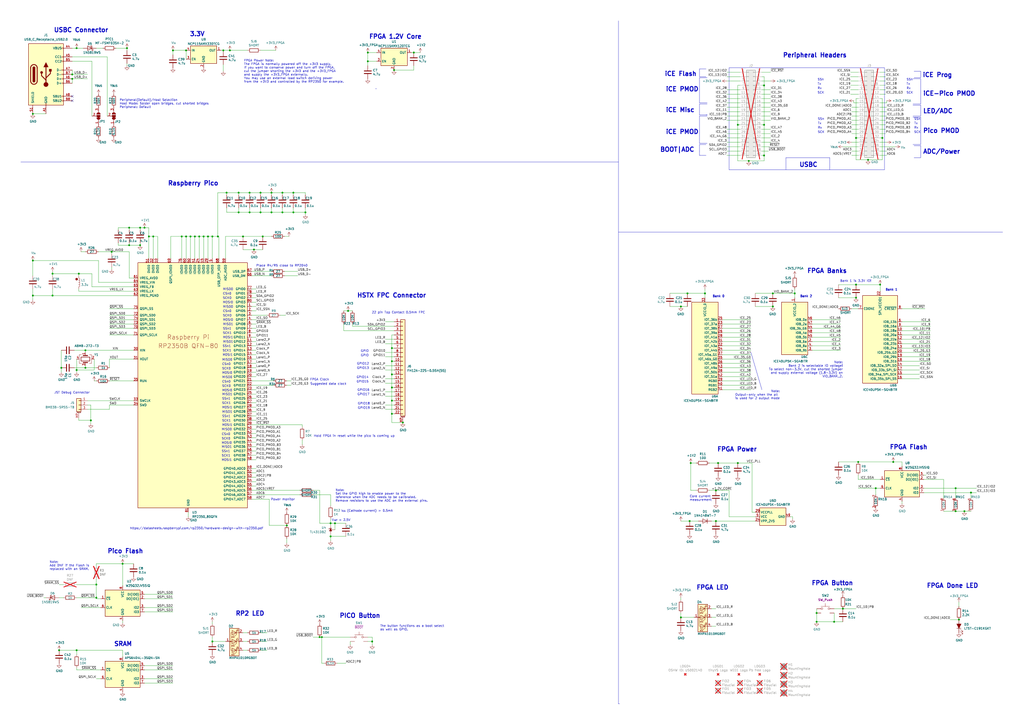
<source format=kicad_sch>
(kicad_sch (version 20231120) (generator "eeschema") (generator_version "8.0")
  (paper "A2")
  (title_block (title "PICO2-iCE") (date "2024-09-23") (rev "0.2") (company "tinyVision.ai Inc."))
  (junction (at 88.9 137.16))
  (junction (at 81.28 132.08))
  (junction (at 443.23 49.53))
  (junction (at 185.42 369.57))
  (junction (at 19.05 151.13))
  (junction (at 166.37 304.8))
  (junction (at 194.31 303.53))
  (junction (at 227.33 224.79))
  (junction (at 416.56 268.605))
  (junction (at 215.9 372.11))
  (junction (at 35.56 213.36))
  (junction (at 213.36 30.48))
  (junction (at 52.705 243.84))
  (junction (at 138.43 123.19))
  (junction (at 434.34 93.345))
  (junction (at 556.26 359.41))
  (junction (at 554.355 283.21))
  (junction (at 448.31 177.8))
  (junction (at 201.93 180.34))
  (junction (at 126.365 137.16))
  (junction (at 227.33 209.55))
  (junction (at 44.45 214.63))
  (junction (at 144.78 111.76))
  (junction (at 45.72 158.75))
  (junction (at 497.84 267.97))
  (junction (at 398.78 170.18))
  (junction (at 554.355 296.545))
  (junction (at 213.36 35.56))
  (junction (at 144.78 123.19))
  (junction (at 228.6 40.64))
  (junction (at 233.68 245.11))
  (junction (at 74.93 132.08))
  (junction (at 49.53 203.2))
  (junction (at 443.23 90.17))
  (junction (at 81.28 142.24))
  (junction (at 496.57 172.72))
  (junction (at 107.95 137.16))
  (junction (at 227.33 217.17))
  (junction (at 44.45 27.94))
  (junction (at 473.71 360.68))
  (junction (at 131.445 111.76))
  (junction (at 415.29 284.48))
  (junction (at 113.03 137.16))
  (junction (at 151.13 123.19))
  (junction (at 496.57 80.01))
  (junction (at 64.77 146.05))
  (junction (at 191.77 303.53))
  (junction (at 170.18 111.76))
  (junction (at 427.99 72.39))
  (junction (at 427.99 268.605))
  (junction (at 559.435 296.545))
  (junction (at 511.81 80.01))
  (junction (at 129.54 29.21))
  (junction (at 41.91 43.18))
  (junction (at 157.48 111.76))
  (junction (at 30.48 158.75))
  (junction (at 30.48 171.45))
  (junction (at 71.12 327.025))
  (junction (at 55.88 346.71))
  (junction (at 461.01 170.18))
  (junction (at 110.49 137.16))
  (junction (at 100.33 29.21))
  (junction (at 140.97 137.16))
  (junction (at 123.19 137.16))
  (junction (at 508 283.21))
  (junction (at 483.87 360.68))
  (junction (at 448.31 170.18))
  (junction (at 74.93 142.24))
  (junction (at 518.16 267.97))
  (junction (at 86.36 137.16))
  (junction (at 496.57 165.1))
  (junction (at 19.05 66.04))
  (junction (at 170.18 123.19))
  (junction (at 227.33 240.03))
  (junction (at 49.53 213.36))
  (junction (at 563.245 285.75))
  (junction (at 41.91 45.72))
  (junction (at 186.69 369.57))
  (junction (at 503.555 92.71))
  (junction (at 133.35 29.21))
  (junction (at 120.65 137.16))
  (junction (at 473.71 355.6))
  (junction (at 163.83 123.19))
  (junction (at 152.4 137.16))
  (junction (at 138.43 111.76))
  (junction (at 157.48 123.19))
  (junction (at 400.685 268.605))
  (junction (at 400.05 302.26))
  (junction (at 443.23 72.39))
  (junction (at 44.45 377.19))
  (junction (at 177.165 123.19))
  (junction (at 163.83 111.76))
  (junction (at 73.66 27.94))
  (junction (at 408.94 170.18))
  (junction (at 34.29 377.19))
  (junction (at 227.33 201.93))
  (junction (at 55.88 339.09))
  (junction (at 394.97 177.8))
  (junction (at 394.97 358.14))
  (junction (at 227.33 232.41))
  (junction (at 115.57 137.16))
  (junction (at 191.77 311.15))
  (junction (at 123.19 372.11))
  (junction (at 147.32 144.78))
  (junction (at 83.82 132.08))
  (junction (at 151.13 111.76))
  (junction (at 118.11 137.16))
  (junction (at 105.41 137.16))
  (junction (at 19.05 171.45))
  (junction (at 107.95 29.21))
  (junction (at 415.29 302.26))
  (junction (at 510.54 165.1))
  (junction (at 240.03 30.48))
  (junction (at 488.95 353.06))
  (no_connect (at 41.91 55.88))
  (no_connect (at 41.91 58.42))
  (wire (pts (xy 63.5 185.42) (xy 77.47 185.42)))
  (wire (pts (xy 199.39 187.96) (xy 199.39 191.77)))
  (wire (pts (xy 419.1 185.42) (xy 435.61 185.42)))
  (wire (pts (xy 447.04 59.69) (xy 441.96 59.69)))
  (wire (pts (xy 510.54 54.61) (xy 513.715 54.61)))
  (wire (pts (xy 144.78 111.76) (xy 151.13 111.76)))
  (wire (pts (xy 461.01 170.18) (xy 448.31 170.18)))
  (polyline (pts (xy 513.08 98.425) (xy 513.08 39.37)))
  (wire (pts (xy 419.1 223.52) (xy 435.61 223.52)))
  (wire (pts (xy 533.4 219.71) (xy 523.24 219.71)))
  (wire (pts (xy 177.165 113.03) (xy 177.165 111.76)))
  (wire (pts (xy 227.33 245.11) (xy 233.68 245.11)))
  (wire (pts (xy 148.59 205.74) (xy 146.05 205.74)))
  (wire (pts (xy 419.1 210.82) (xy 435.61 210.82)))
  (polyline (pts (xy 441.96 226.06) (xy 435.61 204.47)) (stroke (width 0) (type solid)))
  (wire (pts (xy 514.35 58.42) (xy 514.35 59.69)))
  (wire (pts (xy 419.1 208.28) (xy 435.61 208.28)))
  (wire (pts (xy 523.24 207.01) (xy 539.75 207.01)))
  (wire (pts (xy 483.87 355.6) (xy 483.87 360.68)))
  (wire (pts (xy 443.23 49.53) (xy 443.23 72.39)))
  (wire (pts (xy 148.59 226.06) (xy 146.05 226.06)))
  (wire (pts (xy 185.42 303.53) (xy 191.77 303.53)))
  (wire (pts (xy 419.1 195.58) (xy 435.61 195.58)))
  (wire (pts (xy 83.82 396.24) (xy 100.33 396.24)))
  (wire (pts (xy 55.88 328.295) (xy 55.88 327.025)))
  (wire (pts (xy 148.59 228.6) (xy 146.05 228.6)))
  (wire (pts (xy 77.47 194.31) (xy 63.5 194.31)))
  (wire (pts (xy 419.1 226.06) (xy 435.61 226.06)))
  (wire (pts (xy 34.29 346.71) (xy 36.83 346.71)))
  (wire (pts (xy 44.45 214.63) (xy 54.61 214.63)))
  (wire (pts (xy 148.59 203.2) (xy 146.05 203.2)))
  (wire (pts (xy 148.59 193.04) (xy 146.05 193.04)))
  (wire (pts (xy 55.88 393.7) (xy 58.42 393.7)))
  (wire (pts (xy 143.51 377.19) (xy 140.97 377.19)))
  (wire (pts (xy 44.45 346.71) (xy 55.88 346.71)))
  (wire (pts (xy 215.9 369.57) (xy 215.9 372.11)))
  (wire (pts (xy 118.11 137.16) (xy 118.11 149.86)))
  (wire (pts (xy 556.26 351.79) (xy 556.26 349.25)))
  (wire (pts (xy 508 283.21) (xy 510.54 283.21)))
  (wire (pts (xy 510.54 64.77) (xy 514.35 64.77)))
  (wire (pts (xy 44.45 388.62) (xy 58.42 388.62)))
  (wire (pts (xy 88.9 137.16) (xy 86.36 137.16)))
  (wire (pts (xy 227.33 201.93) (xy 227.33 209.55)))
  (wire (pts (xy 497.84 77.47) (xy 494.03 77.47)))
  (wire (pts (xy 185.42 284.48) (xy 185.42 303.53)))
  (wire (pts (xy 441.96 49.53) (xy 443.23 49.53)))
  (wire (pts (xy 458.47 299.72) (xy 459.74 299.72)))
  (wire (pts (xy 138.43 123.19) (xy 144.78 123.19)))
  (polyline (pts (xy 405.765 40.005) (xy 409.575 40.005)))
  (wire (pts (xy 421.64 64.77) (xy 429.26 64.77)))
  (wire (pts (xy 227.33 217.17) (xy 228.6 217.17)))
  (wire (pts (xy 83.82 393.7) (xy 100.33 393.7)))
  (wire (pts (xy 44.45 387.35) (xy 44.45 388.62)))
  (wire (pts (xy 41.91 27.94) (xy 44.45 27.94)))
  (wire (pts (xy 441.96 57.15) (xy 447.04 57.15)))
  (wire (pts (xy 494.03 62.23) (xy 497.84 62.23)))
  (wire (pts (xy 554.355 296.545) (xy 559.435 296.545)))
  (wire (pts (xy 129.54 29.21) (xy 128.27 29.21)))
  (wire (pts (xy 496.57 172.72) (xy 486.41 172.72)))
  (wire (pts (xy 157.48 113.03) (xy 157.48 111.76)))
  (wire (pts (xy 44.45 377.19) (xy 71.12 377.19)))
  (wire (pts (xy 152.4 137.16) (xy 157.48 137.16)))
  (wire (pts (xy 146.05 167.64) (xy 148.59 167.64)))
  (polyline (pts (xy 12.065 93.98) (xy 358.775 93.98)))
  (wire (pts (xy 63.5 213.36) (xy 63.5 208.28)))
  (wire (pts (xy 427.99 72.39) (xy 429.26 72.39)))
  (wire (pts (xy 166.37 223.52) (xy 168.91 223.52)))
  (wire (pts (xy 151.13 111.76) (xy 157.48 111.76)))
  (wire (pts (xy 518.16 267.97) (xy 523.24 267.97)))
  (wire (pts (xy 107.95 149.86) (xy 107.95 137.16)))
  (wire (pts (xy 41.91 40.64) (xy 41.91 43.18)))
  (wire (pts (xy 191.77 313.69) (xy 191.77 311.15)))
  (wire (pts (xy 163.83 111.76) (xy 170.18 111.76)))
  (wire (pts (xy 441.96 87.63) (xy 445.77 87.63)))
  (wire (pts (xy 446.405 85.09) (xy 441.96 85.09)))
  (wire (pts (xy 113.03 149.86) (xy 113.03 137.16)))
  (wire (pts (xy 130.81 149.86) (xy 130.81 137.16)))
  (wire (pts (xy 419.1 187.96) (xy 435.61 187.96)))
  (wire (pts (xy 148.59 281.94) (xy 146.05 281.94)))
  (wire (pts (xy 213.36 35.56) (xy 213.36 38.1)))
  (wire (pts (xy 547.37 296.545) (xy 554.355 296.545)))
  (wire (pts (xy 191.77 303.53) (xy 194.31 303.53)))
  (wire (pts (xy 99.06 137.16) (xy 105.41 137.16)))
  (wire (pts (xy 123.19 137.16) (xy 123.19 149.86)))
  (wire (pts (xy 30.48 158.75) (xy 45.72 158.75)))
  (polyline (pts (xy 405.765 90.17) (xy 409.575 90.17)))
  (wire (pts (xy 163.83 113.03) (xy 163.83 111.76)))
  (wire (pts (xy 510.54 165.1) (xy 510.54 168.91)))
  (polyline (pts (xy 405.765 59.69) (xy 405.765 45.085)))
  (wire (pts (xy 494.03 90.17) (xy 497.84 90.17)))
  (wire (pts (xy 227.33 194.31) (xy 227.33 201.93)))
  (wire (pts (xy 146.05 248.92) (xy 148.59 248.92)))
  (wire (pts (xy 419.1 200.66) (xy 435.61 200.66)))
  (wire (pts (xy 123.19 369.57) (xy 123.19 372.11)))
  (wire (pts (xy 510.54 69.85) (xy 513.715 69.85)))
  (wire (pts (xy 523.24 214.63) (xy 533.4 214.63)))
  (wire (pts (xy 422.91 284.48) (xy 422.91 299.72)))
  (wire (pts (xy 148.59 208.28) (xy 146.05 208.28)))
  (wire (pts (xy 74.93 140.97) (xy 74.93 142.24)))
  (wire (pts (xy 49.53 203.2) (xy 77.47 203.2)))
  (wire (pts (xy 421.64 69.85) (xy 429.26 69.85)))
  (wire (pts (xy 55.88 27.94) (xy 59.69 27.94)))
  (wire (pts (xy 461.01 167.64) (xy 461.01 170.18)))
  (polyline (pts (xy 529.59 67.31) (xy 534.035 67.31)))
  (wire (pts (xy 523.24 194.31) (xy 539.75 194.31)))
  (polyline (pts (xy 405.765 66.675) (xy 410.21 66.675)))
  (wire (pts (xy 223.52 222.25) (xy 228.6 222.25)))
  (wire (pts (xy 64.77 156.21) (xy 64.77 154.94)))
  (wire (pts (xy 223.52 204.47) (xy 228.6 204.47)))
  (wire (pts (xy 497.84 74.93) (xy 494.03 74.93)))
  (wire (pts (xy 99.06 149.86) (xy 99.06 137.16)))
  (wire (pts (xy 55.88 335.915) (xy 55.88 339.09)))
  (wire (pts (xy 74.93 132.08) (xy 81.28 132.08)))
  (wire (pts (xy 50.8 232.41) (xy 77.47 232.41)))
  (wire (pts (xy 223.52 212.09) (xy 228.6 212.09)))
  (wire (pts (xy 68.58 132.08) (xy 74.93 132.08)))
  (wire (pts (xy 166.37 312.42) (xy 166.37 314.96)))
  (wire (pts (xy 441.96 80.01) (xy 447.04 80.01)))
  (wire (pts (xy 146.05 243.84) (xy 148.59 243.84)))
  (wire (pts (xy 191.77 303.53) (xy 191.77 300.99)))
  (wire (pts (xy 412.75 302.26) (xy 415.29 302.26)))
  (wire (pts (xy 471.17 190.5) (xy 487.68 190.5)))
  (wire (pts (xy 54.61 208.28) (xy 54.61 214.63)))
  (wire (pts (xy 148.59 198.12) (xy 146.05 198.12)))
  (polyline (pts (xy 358.775 408.305) (xy 359.41 408.305)))
  (wire (pts (xy 68.58 133.35) (xy 68.58 132.08)))
  (wire (pts (xy 30.48 160.02) (xy 30.48 158.75)))
  (wire (pts (xy 44.45 208.28) (xy 44.45 214.63)))
  (wire (pts (xy 154.94 372.11) (xy 151.13 372.11)))
  (wire (pts (xy 154.94 367.03) (xy 151.13 367.03)))
  (wire (pts (xy 419.1 198.12) (xy 435.61 198.12)))
  (wire (pts (xy 486.41 165.1) (xy 496.57 165.1)))
  (polyline (pts (xy 534.035 45.085) (xy 530.225 45.085)))
  (wire (pts (xy 441.96 54.61) (xy 447.04 54.61)))
  (wire (pts (xy 497.84 54.61) (xy 493.395 54.61)))
  (wire (pts (xy 447.04 69.85) (xy 441.96 69.85)))
  (wire (pts (xy 64.77 146.05) (xy 74.93 146.05)))
  (polyline (pts (xy 422.91 98.425) (xy 513.08 98.425)))
  (wire (pts (xy 191.77 303.53) (xy 191.77 304.8)))
  (wire (pts (xy 510.54 52.07) (xy 513.715 52.07)))
  (wire (pts (xy 151.13 120.65) (xy 151.13 123.19)))
  (wire (pts (xy 419.1 203.2) (xy 435.61 203.2)))
  (wire (pts (xy 44.45 27.94) (xy 48.26 27.94)))
  (wire (pts (xy 223.52 186.69) (xy 228.6 186.69)))
  (wire (pts (xy 514.35 59.69) (xy 510.54 59.69)))
  (wire (pts (xy 120.65 137.16) (xy 120.65 149.86)))
  (polyline (pts (xy 410.21 67.31) (xy 405.765 67.31)))
  (wire (pts (xy 165.1 160.02) (xy 172.72 160.02)))
  (wire (pts (xy 34.29 339.09) (xy 36.83 339.09)))
  (wire (pts (xy 35.56 203.2) (xy 35.56 213.36)))
  (wire (pts (xy 194.31 303.53) (xy 200.66 303.53)))
  (wire (pts (xy 400.685 268.605) (xy 403.86 268.605)))
  (wire (pts (xy 523.24 201.93) (xy 539.75 201.93)))
  (wire (pts (xy 510.54 72.39) (xy 513.715 72.39)))
  (wire (pts (xy 57.15 146.05) (xy 64.77 146.05)))
  (wire (pts (xy 415.29 302.26) (xy 438.15 302.26)))
  (wire (pts (xy 146.05 261.62) (xy 148.59 261.62)))
  (wire (pts (xy 126.365 111.76) (xy 131.445 111.76)))
  (wire (pts (xy 181.61 369.57) (xy 185.42 369.57)))
  (polyline (pts (xy 358.775 12.065) (xy 358.775 408.305)))
  (wire (pts (xy 45.72 168.91) (xy 45.72 167.64)))
  (wire (pts (xy 488.95 85.09) (xy 497.84 85.09)))
  (wire (pts (xy 45.72 158.75) (xy 45.72 160.02)))
  (wire (pts (xy 419.1 220.98) (xy 435.61 220.98)))
  (wire (pts (xy 146.05 289.56) (xy 156.21 289.56)))
  (polyline (pts (xy 534.035 45.72) (xy 529.59 45.72)))
  (wire (pts (xy 510.54 46.99) (xy 513.715 46.99)))
  (wire (pts (xy 199.39 180.34) (xy 201.93 180.34)))
  (wire (pts (xy 148.59 172.72) (xy 146.05 172.72)))
  (wire (pts (xy 100.33 29.21) (xy 100.33 31.75)))
  (wire (pts (xy 170.18 120.65) (xy 170.18 123.19)))
  (wire (pts (xy 238.76 30.48) (xy 240.03 30.48)))
  (wire (pts (xy 494.03 64.77) (xy 497.84 64.77)))
  (wire (pts (xy 148.59 177.8) (xy 146.05 177.8)))
  (wire (pts (xy 448.31 177.8) (xy 438.15 177.8)))
  (wire (pts (xy 109.22 297.18) (xy 109.22 299.72)))
  (wire (pts (xy 223.52 199.39) (xy 228.6 199.39)))
  (wire (pts (xy 170.18 113.03) (xy 170.18 111.76)))
  (wire (pts (xy 146.05 182.88) (xy 154.94 182.88)))
  (wire (pts (xy 140.97 144.78) (xy 147.32 144.78)))
  (wire (pts (xy 421.64 44.45) (xy 429.26 44.45)))
  (wire (pts (xy 223.52 227.33) (xy 228.6 227.33)))
  (wire (pts (xy 411.48 268.605) (xy 416.56 268.605)))
  (wire (pts (xy 177.165 123.19) (xy 177.165 124.46)))
  (polyline (pts (xy 358.775 134.62) (xy 581.66 134.62)))
  (wire (pts (xy 151.13 29.21) (xy 160.02 29.21)))
  (wire (pts (xy 19.05 167.64) (xy 19.05 171.45)))
  (wire (pts (xy 54.61 220.98) (xy 55.88 220.98)))
  (wire (pts (xy 497.84 267.97) (xy 518.16 267.97)))
  (wire (pts (xy 157.48 123.19) (xy 151.13 123.19)))
  (wire (pts (xy 227.33 201.93) (xy 228.6 201.93)))
  (wire (pts (xy 523.24 191.77) (xy 539.75 191.77)))
  (wire (pts (xy 510.54 44.45) (xy 513.715 44.45)))
  (wire (pts (xy 535.94 285.75) (xy 563.245 285.75)))
  (polyline (pts (xy 405.765 83.82) (xy 405.765 87.63)))
  (wire (pts (xy 199.39 191.77) (xy 228.6 191.77)))
  (wire (pts (xy 537.21 275.59) (xy 535.94 275.59)))
  (wire (pts (xy 146.05 287.02) (xy 173.99 287.02)))
  (wire (pts (xy 408.94 167.64) (xy 408.94 170.18)))
  (wire (pts (xy 398.78 170.18) (xy 388.62 170.18)))
  (wire (pts (xy 83.82 388.62) (xy 100.33 388.62)))
  (wire (pts (xy 412.75 353.06) (xy 415.29 353.06)))
  (wire (pts (xy 138.43 120.65) (xy 138.43 123.19)))
  (wire (pts (xy 421.64 41.91) (xy 429.26 41.91)))
  (wire (pts (xy 510.54 74.93) (xy 513.715 74.93)))
  (wire (pts (xy 146.05 238.76) (xy 148.59 238.76)))
  (wire (pts (xy 473.71 353.06) (xy 473.71 355.6)))
  (wire (pts (xy 83.82 347.345) (xy 100.33 347.345)))
  (wire (pts (xy 163.83 123.19) (xy 157.48 123.19)))
  (wire (pts (xy 83.82 132.08) (xy 86.36 132.08)))
  (wire (pts (xy 148.59 231.14) (xy 146.05 231.14)))
  (wire (pts (xy 181.61 287.02) (xy 191.77 287.02)))
  (wire (pts (xy 429.26 49.53) (xy 427.99 49.53)))
  (wire (pts (xy 170.18 123.19) (xy 177.165 123.19)))
  (wire (pts (xy 427.99 268.605) (xy 436.245 268.605)))
  (wire (pts (xy 471.17 185.42) (xy 487.68 185.42)))
  (wire (pts (xy 421.64 52.07) (xy 429.26 52.07)))
  (wire (pts (xy 213.36 30.48) (xy 218.44 30.48)))
  (wire (pts (xy 44.45 214.63) (xy 44.45 215.9)))
  (wire (pts (xy 427.99 72.39) (xy 427.99 93.345)))
  (wire (pts (xy 138.43 111.76) (xy 144.78 111.76)))
  (wire (pts (xy 88.9 137.16) (xy 88.9 149.86)))
  (wire (pts (xy 203.2 372.11) (xy 203.2 374.015)))
  (wire (pts (xy 471.17 198.12) (xy 487.68 198.12)))
  (wire (pts (xy 494.03 87.63) (xy 497.84 87.63)))
  (wire (pts (xy 438.15 170.18) (xy 448.31 170.18)))
  (wire (pts (xy 130.81 137.16) (xy 140.97 137.16)))
  (wire (pts (xy 447.04 64.77) (xy 441.96 64.77)))
  (wire (pts (xy 118.11 137.16) (xy 120.65 137.16)))
  (wire (pts (xy 240.03 40.64) (xy 240.03 38.1)))
  (wire (pts (xy 443.23 90.17) (xy 443.23 93.345)))
  (wire (pts (xy 148.59 195.58) (xy 146.05 195.58)))
  (polyline (pts (xy 534.035 83.82) (xy 529.59 83.82)))
  (wire (pts (xy 447.04 46.99) (xy 441.96 46.99)))
  (wire (pts (xy 30.48 157.48) (xy 30.48 158.75)))
  (wire (pts (xy 131.445 111.76) (xy 138.43 111.76)))
  (wire (pts (xy 227.33 240.03) (xy 227.33 245.11)))
  (polyline (pts (xy 409.575 83.82) (xy 405.765 83.82)))
  (polyline (pts (xy 405.765 45.085) (xy 410.21 45.085)))
  (wire (pts (xy 510.54 57.15) (xy 511.81 57.15)))
  (wire (pts (xy 146.05 218.44) (xy 148.59 218.44)))
  (wire (pts (xy 157.48 111.76) (xy 163.83 111.76)))
  (wire (pts (xy 41.91 33.02) (xy 62.23 33.02)))
  (wire (pts (xy 191.77 287.02) (xy 191.77 293.37)))
  (wire (pts (xy 201.93 180.34) (xy 204.47 180.34)))
  (wire (pts (xy 143.51 372.11) (xy 140.97 372.11)))
  (wire (pts (xy 146.05 236.22) (xy 148.59 236.22)))
  (wire (pts (xy 523.24 186.69) (xy 539.75 186.69)))
  (wire (pts (xy 400.685 284.48) (xy 403.86 284.48)))
  (wire (pts (xy 523.24 217.17) (xy 533.4 217.17)))
  (wire (pts (xy 165.1 157.48) (xy 172.72 157.48)))
  (wire (pts (xy 443.23 72.39) (xy 443.23 90.17)))
  (wire (pts (xy 146.05 190.5) (xy 148.59 190.5)))
  (wire (pts (xy 181.61 284.48) (xy 185.42 284.48)))
  (wire (pts (xy 91.44 149.86) (xy 91.44 137.16)))
  (wire (pts (xy 63.5 187.96) (xy 77.47 187.96)))
  (wire (pts (xy 34.29 377.19) (xy 44.45 377.19)))
  (wire (pts (xy 419.1 215.9) (xy 435.61 215.9)))
  (polyline (pts (xy 422.91 39.37) (xy 422.91 98.425)))
  (polyline (pts (xy 534.035 67.945) (xy 534.035 83.82)))
  (wire (pts (xy 146.05 279.4) (xy 148.59 279.4)))
  (wire (pts (xy 421.64 57.15) (xy 429.26 57.15)))
  (wire (pts (xy 497.84 49.53) (xy 493.395 49.53)))
  (wire (pts (xy 427.99 93.345) (xy 434.34 93.345)))
  (wire (pts (xy 215.9 372.11) (xy 215.9 374.015)))
  (wire (pts (xy 146.05 254) (xy 148.59 254)))
  (wire (pts (xy 447.04 74.93) (xy 441.96 74.93)))
  (wire (pts (xy 55.88 327.025) (xy 71.12 327.025)))
  (polyline (pts (xy 409.575 66.675) (xy 410.21 66.675)))
  (polyline (pts (xy 530.225 91.44) (xy 534.035 91.44)))
  (polyline (pts (xy 405.765 40.64) (xy 405.765 44.45)))
  (wire (pts (xy 154.94 377.19) (xy 151.13 377.19)))
  (polyline (pts (xy 534.035 41.275) (xy 534.035 45.085)))
  (wire (pts (xy 523.24 209.55) (xy 539.75 209.55)))
  (wire (pts (xy 138.43 113.03) (xy 138.43 111.76)))
  (wire (pts (xy 107.95 137.16) (xy 110.49 137.16)))
  (wire (pts (xy 157.48 120.65) (xy 157.48 123.19)))
  (wire (pts (xy 35.56 213.36) (xy 35.56 215.9)))
  (wire (pts (xy 227.33 209.55) (xy 228.6 209.55)))
  (wire (pts (xy 63.5 182.88) (xy 77.47 182.88)))
  (wire (pts (xy 46.99 352.425) (xy 58.42 352.425)))
  (wire (pts (xy 41.91 43.18) (xy 50.8 43.18)))
  (wire (pts (xy 148.59 213.36) (xy 146.05 213.36)))
  (wire (pts (xy 494.03 179.07) (xy 497.84 179.07)))
  (wire (pts (xy 166.37 220.98) (xy 168.91 220.98)))
  (wire (pts (xy 523.24 199.39) (xy 539.75 199.39)))
  (wire (pts (xy 429.26 54.61) (xy 421.64 54.61)))
  (wire (pts (xy 204.47 189.23) (xy 228.6 189.23)))
  (wire (pts (xy 471.17 187.96) (xy 487.68 187.96)))
  (wire (pts (xy 510.54 82.55) (xy 514.35 82.55)))
  (wire (pts (xy 488.95 353.06) (xy 496.57 353.06)))
  (wire (pts (xy 441.96 44.45) (xy 443.23 44.45)))
  (wire (pts (xy 228.6 194.31) (xy 227.33 194.31)))
  (wire (pts (xy 441.96 90.17) (xy 443.23 90.17)))
  (wire (pts (xy 146.05 170.18) (xy 148.59 170.18)))
  (wire (pts (xy 496.57 92.71) (xy 503.555 92.71)))
  (wire (pts (xy 129.54 41.275) (xy 129.54 37.465)))
  (wire (pts (xy 419.1 190.5) (xy 435.61 190.5)))
  (polyline (pts (xy 410.21 60.325) (xy 405.765 60.325)))
  (wire (pts (xy 167.64 137.16) (xy 165.1 137.16)))
  (wire (pts (xy 223.52 234.95) (xy 228.6 234.95)))
  (wire (pts (xy 223.52 196.85) (xy 228.6 196.85)))
  (wire (pts (xy 126.365 137.16) (xy 127 137.16)))
  (wire (pts (xy 495.3 59.69) (xy 497.84 59.69)))
  (wire (pts (xy 223.52 207.01) (xy 228.6 207.01)))
  (wire (pts (xy 394.97 177.8) (xy 388.62 177.8)))
  (wire (pts (xy 421.64 80.01) (xy 429.26 80.01)))
  (wire (pts (xy 510.54 87.63) (xy 514.35 87.63)))
  (wire (pts (xy 511.81 57.15) (xy 511.81 80.01)))
  (wire (pts (xy 146.05 223.52) (xy 158.75 223.52)))
  (wire (pts (xy 67.31 27.94) (xy 73.66 27.94)))
  (wire (pts (xy 496.57 57.15) (xy 497.84 57.15)))
  (wire (pts (xy 49.53 212.09) (xy 49.53 213.36)))
  (wire (pts (xy 115.57 149.86) (xy 115.57 137.16)))
  (wire (pts (xy 227.33 224.79) (xy 227.33 232.41)))
  (wire (pts (xy 19.05 66.04) (xy 26.67 66.04)))
  (wire (pts (xy 147.32 144.78) (xy 152.4 144.78)))
  (wire (pts (xy 422.91 299.72) (xy 438.15 299.72)))
  (wire (pts (xy 170.18 111.76) (xy 177.165 111.76)))
  (wire (pts (xy 146.05 276.86) (xy 148.59 276.86)))
  (wire (pts (xy 536.575 179.07) (xy 523.24 179.07)))
  (wire (pts (xy 494.03 67.31) (xy 497.84 67.31)))
  (polyline (pts (xy 217.805 51.435) (xy 218.44 51.435)))
  (wire (pts (xy 394.97 358.14) (xy 402.59 358.14)))
  (polyline (pts (xy 530.225 41.275) (xy 534.035 41.275)))
  (wire (pts (xy 86.36 149.86) (xy 86.36 137.16)))
  (wire (pts (xy 223.52 214.63) (xy 228.6 214.63)))
  (wire (pts (xy 510.54 80.01) (xy 511.81 80.01)))
  (wire (pts (xy 471.17 203.2) (xy 487.68 203.2)))
  (wire (pts (xy 194.31 307.34) (xy 194.31 303.53)))
  (wire (pts (xy 497.84 72.39) (xy 494.03 72.39)))
  (wire (pts (xy 227.33 240.03) (xy 228.6 240.03)))
  (polyline (pts (xy 534.035 84.455) (xy 534.035 91.44)))
  (wire (pts (xy 68.58 140.97) (xy 68.58 142.24)))
  (wire (pts (xy 398.78 177.8) (xy 394.97 177.8)))
  (wire (pts (xy 394.97 346.71) (xy 394.97 347.98)))
  (wire (pts (xy 105.41 137.16) (xy 107.95 137.16)))
  (wire (pts (xy 44.45 339.09) (xy 55.88 339.09)))
  (wire (pts (xy 146.05 157.48) (xy 157.48 157.48)))
  (wire (pts (xy 146.05 160.02) (xy 157.48 160.02)))
  (wire (pts (xy 421.64 59.69) (xy 429.26 59.69)))
  (wire (pts (xy 508 283.21) (xy 508 287.02)))
  (wire (pts (xy 131.445 123.19) (xy 138.43 123.19)))
  (wire (pts (xy 416.56 268.605) (xy 427.99 268.605)))
  (wire (pts (xy 146.05 284.48) (xy 173.99 284.48)))
  (wire (pts (xy 419.1 205.74) (xy 435.61 205.74)))
  (wire (pts (xy 148.59 210.82) (xy 146.05 210.82)))
  (wire (pts (xy 71.12 327.025) (xy 71.12 339.725)))
  (wire (pts (xy 554.355 283.21) (xy 566.42 283.21)))
  (polyline (pts (xy 405.765 67.31) (xy 405.765 83.185)))
  (wire (pts (xy 71.12 377.19) (xy 71.12 381)))
  (polyline (pts (xy 529.59 67.945) (xy 534.035 67.945)))
  (wire (pts (xy 52.705 243.84) (xy 45.72 243.84)))
  (wire (pts (xy 441.96 77.47) (xy 447.04 77.47)))
  (wire (pts (xy 41.91 35.56) (xy 53.34 35.56)))
  (wire (pts (xy 163.83 120.65) (xy 163.83 123.19)))
  (wire (pts (xy 441.96 41.91) (xy 447.04 41.91)))
  (wire (pts (xy 412.75 358.14) (xy 415.29 358.14)))
  (wire (pts (xy 394.97 302.26) (xy 400.05 302.26)))
  (wire (pts (xy 511.81 80.01) (xy 511.81 92.71)))
  (polyline (pts (xy 529.59 60.96) (xy 534.035 60.96)))
  (wire (pts (xy 81.28 142.24) (xy 74.93 142.24)))
  (polyline (pts (xy 529.59 60.325) (xy 534.035 60.325)))
  (wire (pts (xy 43.18 213.36) (xy 49.53 213.36)))
  (wire (pts (xy 146.05 246.38) (xy 175.26 246.38)))
  (wire (pts (xy 129.54 29.21) (xy 133.35 29.21)))
  (wire (pts (xy 213.36 369.57) (xy 215.9 369.57)))
  (wire (pts (xy 471.17 195.58) (xy 487.68 195.58)))
  (wire (pts (xy 497.84 80.01) (xy 496.57 80.01)))
  (wire (pts (xy 144.78 120.65) (xy 144.78 123.19)))
  (wire (pts (xy 495.3 58.42) (xy 495.3 59.69)))
  (wire (pts (xy 148.59 185.42) (xy 146.05 185.42)))
  (polyline (pts (xy 405.765 44.45) (xy 409.575 44.45)))
  (wire (pts (xy 554.355 283.21) (xy 554.355 288.925)))
  (wire (pts (xy 563.245 285.75) (xy 563.245 288.925)))
  (wire (pts (xy 148.59 233.68) (xy 146.05 233.68)))
  (wire (pts (xy 77.47 234.95) (xy 63.5 234.95)))
  (wire (pts (xy 523.24 212.09) (xy 533.4 212.09)))
  (wire (pts (xy 177.165 120.65) (xy 177.165 123.19)))
  (wire (pts (xy 563.245 285.75) (xy 566.42 285.75)))
  (wire (pts (xy 459.74 299.72) (xy 459.74 300.99)))
  (wire (pts (xy 19.05 151.13) (xy 19.05 160.02)))
  (wire (pts (xy 204.47 187.96) (xy 204.47 189.23)))
  (polyline (pts (xy 405.765 60.325) (xy 405.765 66.675)))
  (wire (pts (xy 186.69 369.57) (xy 203.2 369.57)))
  (wire (pts (xy 123.19 372.11) (xy 130.81 372.11)))
  (wire (pts (xy 55.88 347.345) (xy 58.42 347.345)))
  (wire (pts (xy 131.445 113.03) (xy 131.445 111.76)))
  (wire (pts (xy 447.04 67.31) (xy 441.96 67.31)))
  (wire (pts (xy 19.05 171.45) (xy 19.05 173.99)))
  (wire (pts (xy 535.94 278.13) (xy 547.37 278.13)))
  (wire (pts (xy 494.03 82.55) (xy 497.84 82.55)))
  (wire (pts (xy 113.03 137.16) (xy 115.57 137.16)))
  (polyline (pts (xy 410.21 59.69) (xy 405.765 59.69)))
  (wire (pts (xy 19.05 151.13) (xy 57.15 151.13)))
  (wire (pts (xy 186.69 369.57) (xy 186.69 384.81)))
  (wire (pts (xy 523.24 267.97) (xy 523.24 270.51)))
  (wire (pts (xy 146.05 251.46) (xy 148.59 251.46)))
  (wire (pts (xy 441.96 82.55) (xy 447.04 82.55)))
  (wire (pts (xy 471.17 193.04) (xy 487.68 193.04)))
  (wire (pts (xy 41.91 45.72) (xy 50.8 45.72)))
  (wire (pts (xy 148.59 175.26) (xy 146.05 175.26)))
  (wire (pts (xy 429.26 77.47) (xy 421.64 77.47)))
  (wire (pts (xy 77.47 179.07) (xy 63.5 179.07)))
  (wire (pts (xy 510.54 90.17) (xy 514.35 90.17)))
  (wire (pts (xy 81.28 132.08) (xy 83.82 132.08)))
  (wire (pts (xy 143.51 367.03) (xy 140.97 367.03)))
  (wire (pts (xy 447.04 62.23) (xy 441.96 62.23)))
  (wire (pts (xy 146.05 220.98) (xy 158.75 220.98)))
  (wire (pts (xy 126.365 111.76) (xy 126.365 137.16)))
  (polyline (pts (xy 530.225 84.455) (xy 534.035 84.455)))
  (wire (pts (xy 223.52 229.87) (xy 228.6 229.87)))
  (wire (pts (xy 434.34 93.345) (xy 443.23 93.345)))
  (wire (pts (xy 510.54 62.23) (xy 514.35 62.23)))
  (wire (pts (xy 110.49 137.16) (xy 113.03 137.16)))
  (wire (pts (xy 483.87 360.68) (xy 488.95 360.68)))
  (wire (pts (xy 551.18 359.41) (xy 556.26 359.41)))
  (wire (pts (xy 81.28 140.97) (xy 81.28 142.24)))
  (wire (pts (xy 123.19 360.68) (xy 123.19 361.95)))
  (wire (pts (xy 140.97 137.16) (xy 152.4 137.16)))
  (wire (pts (xy 461.01 170.18) (xy 461.01 172.72)))
  (wire (pts (xy 63.5 234.95) (xy 63.5 237.49)))
  (wire (pts (xy 421.64 82.55) (xy 429.26 82.55)))
  (wire (pts (xy 45.72 168.91) (xy 77.47 168.91)))
  (wire (pts (xy 49.53 213.36) (xy 55.88 213.36)))
  (wire (pts (xy 148.59 271.78) (xy 146.05 271.78)))
  (wire (pts (xy 123.19 137.16) (xy 126.365 137.16)))
  (wire (pts (xy 213.36 372.11) (xy 215.9 372.11)))
  (wire (pts (xy 191.77 311.15) (xy 191.77 309.88)))
  (wire (pts (xy 115.57 137.16) (xy 118.11 137.16)))
  (wire (pts (xy 146.05 241.3) (xy 148.59 241.3)))
  (wire (pts (xy 73.66 29.21) (xy 73.66 27.94)))
  (wire (pts (xy 83.82 344.805) (xy 100.33 344.805)))
  (wire (pts (xy 421.64 74.93) (xy 429.26 74.93)))
  (wire (pts (xy 77.47 208.28) (xy 63.5 208.28)))
  (wire (pts (xy 44.45 377.19) (xy 44.45 379.73)))
  (wire (pts (xy 415.29 284.48) (xy 422.91 284.48)))
  (wire (pts (xy 50.8 234.95) (xy 52.705 234.95)))
  (wire (pts (xy 559.435 296.545) (xy 563.245 296.545)))
  (wire (pts (xy 227.33 217.17) (xy 227.33 224.79)))
  (wire (pts (xy 81.28 133.35) (xy 81.28 132.08)))
  (polyline (pts (xy 534.035 60.96) (xy 534.035 67.31)))
  (wire (pts (xy 73.66 36.83) (xy 73.66 38.1)))
  (wire (pts (xy 493.395 52.07) (xy 497.84 52.07)))
  (wire (pts (xy 52.705 234.95) (xy 52.705 243.84)))
  (wire (pts (xy 53.34 158.75) (xy 45.72 158.75)))
  (wire (pts (xy 107.95 29.21) (xy 107.95 34.29)))
  (wire (pts (xy 419.1 218.44) (xy 435.61 218.44)))
  (wire (pts (xy 91.44 137.16) (xy 88.9 137.16)))
  (wire (pts (xy 427.99 49.53) (xy 427.99 72.39)))
  (wire (pts (xy 43.18 203.2) (xy 49.53 203.2)))
  (wire (pts (xy 30.48 171.45) (xy 77.47 171.45)))
  (wire (pts (xy 493.395 44.45) (xy 497.84 44.45)))
  (wire (pts (xy 170.18 123.19) (xy 163.83 123.19)))
  (wire (pts (xy 523.24 189.23) (xy 539.75 189.23)))
  (wire (pts (xy 496.57 80.01) (xy 496.57 92.71)))
  (wire (pts (xy 52.705 243.84) (xy 52.705 245.745)))
  (polyline (pts (xy 405.765 40.64) (xy 405.765 40.005)))
  (wire (pts (xy 25.4 346.71) (xy 26.67 346.71)))
  (wire (pts (xy 510.54 77.47) (xy 513.715 77.47)))
  (wire (pts (xy 41.91 45.72) (xy 41.91 48.26)))
  (wire (pts (xy 447.04 52.07) (xy 441.96 52.07)))
  (polyline (pts (xy 455.93 91.44) (xy 481.33 91.44)))
  (wire (pts (xy 412.75 363.22) (xy 415.29 363.22)))
  (wire (pts (xy 175.26 247.65) (xy 175.26 246.38)))
  (wire (pts (xy 49.53 204.47) (xy 49.53 203.2)))
  (wire (pts (xy 473.71 360.68) (xy 483.87 360.68)))
  (wire (pts (xy 486.41 267.97) (xy 497.84 267.97)))
  (wire (pts (xy 419.1 213.36) (xy 435.61 213.36)))
  (wire (pts (xy 443.23 44.45) (xy 443.23 49.53)))
  (wire (pts (xy 496.57 80.01) (xy 496.57 57.15)))
  (wire (pts (xy 441.96 72.39) (xy 443.23 72.39)))
  (wire (pts (xy 523.24 290.83) (xy 523.24 292.1)))
  (wire (pts (xy 240.03 30.48) (xy 243.84 30.48)))
  (wire (pts (xy 497.84 278.13) (xy 510.54 278.13)))
  (wire (pts (xy 63.5 237.49) (xy 50.8 237.49)))
  (wire (pts (xy 146.05 266.7) (xy 148.59 266.7)))
  (wire (pts (xy 77.47 327.025) (xy 71.12 327.025)))
  (wire (pts (xy 421.64 85.09) (xy 429.26 85.09)))
  (wire (pts (xy 62.23 33.02) (xy 62.23 67.31)))
  (wire (pts (xy 146.05 187.96) (xy 148.59 187.96)))
  (wire (pts (xy 223.52 237.49) (xy 228.6 237.49)))
  (wire (pts (xy 213.36 35.56) (xy 218.44 35.56)))
  (wire (pts (xy 71.12 360.045) (xy 71.12 361.315)))
  (wire (pts (xy 151.13 113.03) (xy 151.13 111.76)))
  (wire (pts (xy 148.59 259.08) (xy 146.05 259.08)))
  (wire (pts (xy 473.71 355.6) (xy 473.71 360.68)))
  (wire (pts (xy 497.84 283.21) (xy 508 283.21)))
  (wire (pts (xy 510.54 67.31) (xy 514.35 67.31)))
  (wire (pts (xy 510.54 85.09) (xy 519.43 85.09)))
  (wire (pts (xy 510.54 49.53) (xy 513.715 49.53)))
  (wire (pts (xy 419.1 193.04) (xy 435.61 193.04)))
  (wire (pts (xy 45.72 242.57) (xy 45.72 243.84)))
  (wire (pts (xy 144.78 113.03) (xy 144.78 111.76)))
  (wire (pts (xy 74.93 146.05) (xy 74.93 161.29)))
  (polyline (pts (xy 405.765 83.185) (xy 410.21 83.185)))
  (wire (pts (xy 227.33 232.41) (xy 227.33 240.03)))
  (wire (pts (xy 535.94 283.21) (xy 554.355 283.21)))
  (wire (pts (xy 110.49 149.86) (xy 110.49 137.16)))
  (wire (pts (xy 131.445 120.65) (xy 131.445 123.19)))
  (wire (pts (xy 227.33 232.41) (xy 228.6 232.41)))
  (wire (pts (xy 547.37 278.13) (xy 547.37 288.925)))
  (wire (pts (xy 156.21 289.56) (xy 156.21 304.8)))
  (polyline (pts (xy 422.91 39.37) (xy 513.08 39.37)))
  (wire (pts (xy 120.65 137.16) (xy 123.19 137.16)))
  (wire (pts (xy 127 137.16) (xy 127 149.86)))
  (wire (pts (xy 156.21 304.8) (xy 166.37 304.8)))
  (wire (pts (xy 55.88 339.09) (xy 55.88 346.71)))
  (polyline (pts (xy 481.33 91.44) (xy 481.33 98.425)))
  (wire (pts (xy 83.82 386.08) (xy 100.33 386.08)))
  (wire (pts (xy 77.47 166.37) (xy 53.34 166.37)))
  (polyline (pts (xy 534.035 60.325) (xy 534.035 45.72)))
  (wire (pts (xy 148.59 264.16) (xy 146.05 264.16)))
  (wire (pts (xy 129.54 29.845) (xy 129.54 29.21)))
  (wire (pts (xy 30.48 167.64) (xy 30.48 171.45)))
  (wire (pts (xy 55.88 346.71) (xy 55.88 347.345)))
  (wire (pts (xy 146.05 180.34) (xy 148.59 180.34)))
  (wire (pts (xy 394.97 355.6) (xy 394.97 358.14)))
  (wire (pts (xy 408.94 170.18) (xy 408.94 172.72)))
  (wire (pts (xy 57.15 151.13) (xy 57.15 163.83)))
  (wire (pts (xy 411.48 284.48) (xy 415.29 284.48)))
  (wire (pts (xy 162.56 182.88) (xy 165.735 182.88)))
  (wire (pts (xy 68.58 142.24) (xy 74.93 142.24)))
  (wire (pts (xy 46.99 146.05) (xy 49.53 146.05)))
  (wire (pts (xy 421.64 90.17) (xy 429.26 90.17)))
  (wire (pts (xy 497.84 69.85) (xy 494.03 69.85)))
  (wire (pts (xy 497.84 275.59) (xy 497.84 278.13)))
  (wire (pts (xy 191.77 311.15) (xy 200.66 311.15)))
  (polyline (pts (xy 455.93 98.425) (xy 455.93 91.44)))
  (wire (pts (xy 503.555 92.71) (xy 511.81 92.71)))
  (wire (pts (xy 493.395 46.99) (xy 497.84 46.99)))
  (wire (pts (xy 471.17 200.66) (xy 487.68 200.66)))
  (wire (pts (xy 523.24 204.47) (xy 539.75 204.47)))
  (wire (pts (xy 185.42 369.57) (xy 186.69 369.57)))
  (wire (pts (xy 63.5 190.5) (xy 77.47 190.5)))
  (wire (pts (xy 86.36 132.08) (xy 86.36 137.16)))
  (wire (pts (xy 195.58 384.81) (xy 200.66 384.81)))
  (wire (pts (xy 227.33 224.79) (xy 228.6 224.79)))
  (wire (pts (xy 523.24 196.85) (xy 539.75 196.85)))
  (wire (pts (xy 151.13 123.19) (xy 144.78 123.19)))
  (wire (pts (xy 400.05 302.26) (xy 405.13 302.26)))
  (wire (pts (xy 53.34 166.37) (xy 53.34 158.75)))
  (wire (pts (xy 63.5 220.98) (xy 77.47 220.98)))
  (wire (pts (xy 228.6 40.64) (xy 240.03 40.64)))
  (wire (pts (xy 74.93 133.35) (xy 74.93 132.08)))
  (wire (pts (xy 421.64 67.31) (xy 429.26 67.31)))
  (wire (pts (xy 436.245 297.18) (xy 438.15 297.18)))
  (wire (pts (xy 83.82 352.425) (xy 100.33 352.425)))
  (wire (pts (xy 400.685 268.605) (xy 400.685 284.48)))
  (wire (pts (xy 421.64 46.99) (xy 429.26 46.99)))
  (wire (pts (xy 510.54 165.1) (xy 496.57 165.1)))
  (wire (pts (xy 64.77 146.05) (xy 64.77 147.32)))
  (wire (pts (xy 19.05 171.45) (xy 30.48 171.45)))
  (wire (pts (xy 83.82 354.965) (xy 100.33 354.965)))
  (wire (pts (xy 175.26 255.27) (xy 175.26 257.81)))
  (wire (pts (xy 148.59 274.32) (xy 146.05 274.32)))
  (wire (pts (xy 436.245 268.605) (xy 436.245 297.18)))
  (wire (pts (xy 146.05 256.54) (xy 148.59 256.54)))
  (wire (pts (xy 187.96 384.81) (xy 186.69 384.81)))
  (wire (pts (xy 148.59 200.66) (xy 146.05 200.66)))
  (wire (pts (xy 57.15 163.83) (xy 77.47 163.83)))
  (wire (pts (xy 133.35 29.21) (xy 143.51 29.21)))
  (wire (pts (xy 483.87 353.06) (xy 488.95 353.06)))
  (wire (pts (xy 105.41 149.86) (xy 105.41 137.16)))
  (wire (pts (xy 53.34 35.56) (xy 53.34 67.31)))
  (wire (pts (xy 421.64 62.23) (xy 429.26 62.23)))
  (wire (pts (xy 213.36 30.48) (xy 213.36 35.56)))
  (wire (pts (xy 227.33 209.55) (xy 227.33 217.17)))
  (wire (pts (xy 513.715 41.91) (xy 510.54 41.91)))
  (polyline (pts (xy 405.765 87.63) (xy 405.765 90.17)))
  (wire (pts (xy 497.84 41.91) (xy 493.395 41.91)))
  (wire (pts (xy 74.93 161.29) (xy 77.47 161.29)))
  (wire (pts (xy 148.59 215.9) (xy 146.05 215.9)))
  (wire (pts (xy 100.33 29.21) (xy 107.95 29.21)))
  (wire (pts (xy 223.52 219.71) (xy 228.6 219.71)))
  (wire (pts (xy 408.94 170.18) (xy 398.78 170.18)))
  (wire (pts (xy 421.64 87.63) (xy 429.26 87.63)))
  (circle (center 44.45 161.925) (radius 0.635) (stroke (width 0) (color 132 0 0 1)) (fill (type color) (color 132 0 0 1)))
  (text "SCK1" (at 128.778 244.8725 0) (effects (font (size 1.27 1.27)) (justify left bottom)))
  (text "MOSI1" (at 128.524 267.6995 0) (effects (font (size 1.27 1.27)) (justify left bottom)))
  (text "Tx" (at 530.225 72.39 0) (effects (font (size 1.27 1.27)) (justify left bottom)))
  (text "FPGA LED" (at 403.86 342.392 0) (effects (font (size 2.54 2.54) (thickness 0.508) (bold yes)) (justify left bottom)))
  (text "GPIO" (at 211.582 206.248 0) (effects (font (size 1.27 1.27))))
  (text "SRAM" (at 66.04 375.158 0) (effects (font (size 2.54 2.54) (thickness 0.508) (bold yes)) (justify left bottom)))
  (text "iCE PMOD" (at 386.08 78.105 0) (effects (font (size 2.54 2.54) (thickness 0.508) (bold yes)) (justify left bottom)))
  (text "FPGA 1.2V Core" (at 213.995 22.86 0) (effects (font (size 2.54 2.54) (thickness 0.508) (bold yes)) (justify left bottom)))
  (text "SCK0" (at 128.778 214.63 0) (effects (font (size 1.27 1.27)) (justify left bottom)))
  (text "Place R4/R5 close to RP2040" (at 148.59 154.94 0) (effects (font (size 1.27 1.27)) (justify left bottom)))
  (text "GPIO19" (at 211.074 236.728 0) (effects (font (size 1.27 1.27))))
  (text "Pico PMOD" (at 535.305 77.47 0) (effects (font (size 2.54 2.54) (thickness 0.508) (bold yes)) (justify left bottom)))
  (text "SSn1" (at 128.5515 262.6398 0) (effects (font (size 1.27 1.27)) (justify left bottom)))
  (text "SSn" (at 525.8075 46.9938 0) (effects (font (size 1.27 1.27)) (justify left bottom)))
  (text "SCK0" (at 128.778 224.79 0) (effects (font (size 1.27 1.27)) (justify left bottom)))
  (text "SCK" (at 474.345 77.4865 0) (effects (font (size 1.27 1.27)) (justify left bottom)))
  (text "Note:\nOutput-only when the pll \nis used for 2 output mode" (at 452.374 231.902 0) (effects (font (size 1.27 1.27)) (justify right bottom)))
  (text "MOSI0" (at 129.2585 186.4322 0) (effects (font (size 1.27 1.27)) (justify left bottom)))
  (text "HSTX FPC Connector" (at 207.01 172.974 0) (effects (font (size 2.54 2.54) (thickness 0.508) (bold yes)) (justify left bottom)))
  (text "MISO1" (at 129.286 199.136 0) (effects (font (size 1.27 1.27)) (justify left bottom)))
  (text "SSn" (at 474.3725 69.8703 0) (effects (font (size 1.27 1.27)) (justify left bottom)))
  (text "MOSI1" (at 128.778 247.396 0) (effects (font (size 1.27 1.27)) (justify left bottom)))
  (text "Bank 1 is 3.3V IO!" (at 505.46 163.83 0) (effects (font (size 1.27 1.27)) (justify right bottom)))
  (text "GPIO16" (at 210.82 226.314 0) (effects (font (size 1.27 1.27))))
  (text "FPGA Power" (at 415.925 262.255 0) (effects (font (size 2.54 2.54) (thickness 0.508) (bold yes)) (justify left bottom)))
  (text "MISO1" (at 128.5515 260.0833 0) (effects (font (size 1.27 1.27)) (justify left bottom)))
  (text "Bank 2" (at 471.17 172.72 0) (effects (font (size 1.27 1.27) (thickness 0.254) (bold yes)) (justify right bottom)))
  (text "SCK1" (at 128.524 265.176 0) (effects (font (size 1.27 1.27)) (justify left bottom)))
  (text "https://datasheets.raspberrypi.com/rp2350/hardware-design-with-rp2350.pdf" (at 114.046 306.578 0) (effects (font (size 1.27 1.27))))
  (text "CSn0" (at 129.286 181.3725 0) (effects (font (size 1.27 1.27)) (justify left bottom)))
  (text "Rx" (at 474.218 52.0535 0) (effects (font (size 1.27 1.27)) (justify left bottom)))
  (text "iCE PMOD" (at 386.08 53.34 0) (effects (font (size 2.54 2.54) (thickness 0.508) (bold yes)) (justify left bottom)))
  (text "USBC Connector" (at 31.115 19.05 0) (effects (font (size 2.54 2.54) (thickness 0.508) (bold yes)) (justify left bottom)))
  (text "SCK" (at 525.78 54.61 0) (effects (font (size 1.27 1.27)) (justify left bottom)))
  (text "Rx" (at 525.8075 52.0573 0) (effects (font (size 1.27 1.27)) (justify left bottom)))
  (text "SSn1" (at 128.778 232.156 0) (effects (font (size 1.27 1.27)) (justify left bottom)))
  (text "iCE Misc" (at 386.08 65.405 0) (effects (font (size 2.54 2.54) (thickness 0.508) (bold yes)) (justify left bottom)))
  (text "MOSI0" (at 129.231 176.2684 0) (effects (font (size 1.27 1.27)) (justify left bottom)))
  (text "MISO0" (at 128.8055 209.5373 0) (effects (font (size 1.27 1.27)) (justify left bottom)))
  (text "GPIO15" (at 210.312 221.488 0) (effects (font (size 1.27 1.27))))
  (text "The button functions as a boot select\nas well as GPIO." (at 220.472 364.236 0) (effects (font (size 1.27 1.27)) (justify left)))
  (text "SCK1" (at 129.032 204.216 0) (effects (font (size 1.27 1.27)) (justify left bottom)))
  (text "SSn1" (at 129.0595 201.6798 0) (effects (font (size 1.27 1.27)) (justify left bottom)))
  (text "SCK" (at 530.225 77.4865 0) (effects (font (size 1.27 1.27)) (justify left bottom)))
  (text "MISO1" (at 129.286 188.9595 0) (effects (font (size 1.27 1.27)) (justify left bottom)))
  (text "FPGA Button" (at 470.662 339.852 0) (effects (font (size 2.54 2.54) (thickness 0.508) (bold yes)) (justify left bottom)))
  (text "MISO1" (at 128.778 239.7925 0) (effects (font (size 1.27 1.27)) (justify left bottom)))
  (text "SSn" (at 474.218 46.99 0) (effects (font (size 1.27 1.27)) (justify left bottom)))
  (text "Peripheral Headers" (at 454.025 33.655 0) (effects (font (size 2.54 2.54) (thickness 0.508) (bold yes)) (justify left bottom)))
  (text "LED/ADC" (at 535.305 66.04 0) (effects (font (size 2.54 2.54) (thickness 0.508) (bold yes)) (justify left bottom)))
  (text "Tx" (at 474.345 72.39 0) (effects (font (size 1.27 1.27)) (justify left bottom)))
  (text "Suggested data clock" (at 190.5 222.758 0) (effects (font (size 1.27 1.27))))
  (text "RP2 LED" (at 136.525 357.505 0) (effects (font (size 2.54 2.54) (thickness 0.508) (bold yes)) (justify left bottom)))
  (text "SCK0" (at 129.2585 183.9087 0) (effects (font (size 1.27 1.27)) (justify left bottom)))
  (text "ADC/Power" (at 535.305 89.535 0) (effects (font (size 2.54 2.54) (thickness 0.508) (bold yes)) (justify left bottom)))
  (text "Note:\nBank 2 is selectable IO voltage!\nTo select non-3.3V, cut the shorted jumper\nand supply external voltage (1.8-3.3V) on\nVIO_BANK_2." (at 488.95 219.202 0) (effects (font (size 1.27 1.27)) (justify right bottom)))
  (text "MOSI0" (at 128.778 217.1535 0) (effects (font (size 1.27 1.27)) (justify left bottom)))
  (text "Note:\nSet the GPIO high to enable power to the \nreference when the ADC needs to be calibrated.\nRemove resistors to use the ADC on the external pins." (at 194.564 287.528 0) (effects (font (size 1.27 1.27)) (justify left)))
  (text "JST Debug Connector" (at 52.07 228.6 0) (effects (font (size 1.27 1.27)) (justify right bottom)))
  (text "Rx" (at 474.3725 74.9338 0) (effects (font (size 1.27 1.27)) (justify left bottom)))
  (text "FPGA Banks" (at 468.122 158.75 0) (effects (font (size 2.54 2.54) (thickness 0.508) (bold yes)) (justify left bottom)))
  (text "MISO0" (at 129.2585 178.8287 0) (effects (font (size 1.27 1.27)) (justify left bottom)))
  (text "22 pin Top Contact 0.5mm FPC" (at 231.14 181.356 0) (effects (font (size 1.27 1.27))))
  (text "SCK1" (at 128.7505 234.6922 0) (effects (font (size 1.27 1.27)) (justify left bottom)))
  (text "MISO0" (at 128.579 249.9271 0) (effects (font (size 1.27 1.27)) (justify left bottom)))
  (text "MOSI1" (at 129.032 206.7395 0) (effects (font (size 1.27 1.27)) (justify left bottom)))
  (text "Tx" (at 474.1905 49.5097 0) (effects (font (size 1.27 1.27)) (justify left bottom)))
  (text "SCK1" (at 129.2585 194.0522 0) (effects (font (size 1.27 1.27)) (justify left bottom)))
  (text "SCK0" (at 129.231 173.7449 0) (effects (font (size 1.27 1.27)) (justify left bottom)))
  (text "GPIO" (at 211.582 203.708 0) (effects (font (size 1.27 1.27))))
  (text "iCE-Pico PMOD" (at 535.305 55.88 0) (effects (font (size 2.54 2.54) (thickness 0.508) (bold yes)) (justify left bottom)))
  (text "MISO0" (at 128.8055 219.6973 0) (effects (font (size 1.27 1.27)) (justify left bottom)))
  (text "Bank 0" (at 420.37 172.72 0) (effects (font (size 1.27 1.27) (thickness 0.254) (bold yes)) (justify right bottom)))
  (text "USBC" (at 463.55 97.155 0) (effects (font (size 2.54 2.54) (thickness 0.508) (bold yes)) (justify left bottom)))
  (text "3.3V" (at 109.982 21.336 0) (effects (font (size 2.54 2.54) (thickness 0.508) (bold yes)) (justify left bottom)))
  (text "SCK" (at 474.1905 54.6062 0) (effects (font (size 1.27 1.27)) (justify left bottom)))
  (text "V_{ref} = 2.5V" (at 197.866 301.752 0) (effects (font (size 1.27 1.27))))
  (text "MISO0" (at 129.2585 168.6522 0) (effects (font (size 1.27 1.27)) (justify left bottom)))
  (text "Pico Flash" (at 62.23 321.31 0) (effects (font (size 2.54 2.54) (thickness 0.508) (bold yes)) (justify left bottom)))
  (text "CSn0" (at 129.2585 171.2087 0) (effects (font (size 1.27 1.27)) (justify left bottom)))
  (text "Tx" (at 525.78 49.5135 0) (effects (font (size 1.27 1.27)) (justify left bottom)))
  (text "CSn0" (at 128.579 252.7376 0) (effects (font (size 1.27 1.27)) (justify left bottom)))
  (text "iCE Flash" (at 385.445 44.45 0) (effects (font (size 2.54 2.54) (thickness 0.508) (bold yes)) (justify left bottom)))
  (text "GPIO18" (at 211.074 234.188 0) (effects (font (size 1.27 1.27))))
  (text "MOSI0" (at 128.778 227.3135 0) (effects (font (size 1.27 1.27)) (justify left bottom)))
  (text "PICO Button" (at 196.85 358.775 0) (effects (font (size 2.54 2.54) (thickness 0.508) (bold yes)) (justify left bottom)))
  (text "Hold FPGA in reset while the pico is coming up" (at 205.486 252.984 0) (effects (font (size 1.27 1.27))))
  (text "Core current \nmeasurement" (at 400.05 290.83 0) (effects (font (size 1.27 1.27)) (justify left bottom)))
  (text "SCK0" (at 128.5515 255.2738 0) (effects (font (size 1.27 1.27)) (justify left bottom)))
  (text "MOSI1" (at 129.2585 196.5757 0) (effects (font (size 1.27 1.27)) (justify left bottom)))
  (text "SSn" (at 530.2525 69.8703 0) (effects (font (size 1.27 1.27)) (justify left bottom)))
  (text "FPGA Done LED" (at 537.464 341.376 0) (effects (font (size 2.54 2.54) (thickness 0.508) (bold yes)) (justify left bottom)))
  (text "SSn1" (at 128.8055 242.3363 0) (effects (font (size 1.27 1.27)) (justify left bottom)))
  (text "Bank 1" (at 520.7 168.91 0) (effects (font (size 1.27 1.27) (thickness 0.254) (bold yes)) (justify right bottom)))
  (text "FPGA Power Note:\nThe FPGA is normally powered off the +3V3 supply.\nIf you want to conserve power and turn off the FPGA,\ncut the jumper shorting the +3V3 and the +3V3_FPGA\nand supply the +3V3_FPGA externally.\nYou may use an external load switch deriving power\nfrom the +3V3 and controlled by the RP2350 for example. " (at 141.478 41.402 0) (effects (font (size 1.27 1.27)) (justify left)))
  (text "GPIO14" (at 210.312 218.948 0) (effects (font (size 1.27 1.27))))
  (text "MISO1" (at 128.778 229.5995 0) (effects (font (size 1.27 1.27)) (justify left bottom)))
  (text "FPGA Flash" (at 516.001 260.985 0) (effects (font (size 2.54 2.54) (thickness 0.508) (bold yes)) (justify left bottom)))
  (text "FPGA Clock" (at 179.832 220.98 0) (effects (font (size 1.27 1.27)) (justify left bottom)))
  (text "Power monitor" (at 164.084 289.814 0) (effects (font (size 1.27 1.27))))
  (text "Peripheral(Default)/Host Selection\nHost Mode: Solder open bridges, cut shorted bridges\nPeripheral: Default" (at 69.342 62.992 0) (effects (font (size 1.27 1.27)) (justify left bottom)))
  (text "GPIO12" (at 210.566 211.074 0) (effects (font (size 1.27 1.27))))
  (text "GPIO17" (at 210.82 228.854 0) (effects (font (size 1.27 1.27))))
  (text "iCE Prog" (at 552.45 45.085 0) (effects (font (size 2.54 2.54) (thickness 0.508) (bold yes)) (justify right bottom)))
  (text "I_{KA} (Cathode current) > 0.5mA" (at 212.852 296.418 0) (effects (font (size 1.27 1.27))))
  (text "MOSI0" (at 128.5515 257.7973 0) (effects (font (size 1.27 1.27)) (justify left bottom)))
  (text "Raspberry Pico" (at 97.282 107.95 0) (effects (font (size 2.54 2.54) (thickness 0.508) (bold yes)) (justify left bottom)))
  (text "CSn0" (at 128.8055 222.2538 0) (effects (font (size 1.27 1.27)) (justify left bottom)))
  (text "GPIO13" (at 210.566 213.614 0) (effects (font (size 1.27 1.27))))
  (text "CSn0" (at 128.8055 212.0938 0) (effects (font (size 1.27 1.27)) (justify left bottom)))
  (text "MOSI1" (at 128.7505 237.2157 0) (effects (font (size 1.27 1.27)) (justify left bottom)))
  (text "SSn1" (at 129.286 191.516 0) (effects (font (size 1.27 1.27)) (justify left bottom)))
  (text "Note: \nAdd DNF if the Flash is\nreplaced with an SRAM." (at 28.702 328.168 0) (effects (font (size 1.27 1.27)) (justify left)))
  (text "Rx" (at 530.2525 74.9338 0) (effects (font (size 1.27 1.27)) (justify left bottom)))
  (text "BOOT|ADC" (at 382.778 88.392 0) (effects (font (size 2.54 2.54) (thickness 0.508) (bold yes)) (justify left bottom)))
  (label "~{SRAM_SS}" (at 148.59 187.96 0))
  (label "QSPI_SD3" (at 100.33 396.24 180))
  (label "ICE_31" (at 435.61 198.12 180))
  (label "Lane2_P" (at 223.52 212.09 180))
  (label "LED_R" (at 223.52 196.85 180))
  (label "ICE_SO" (at 513.715 41.91 0))
  (label "ICE_35_G0" (at 168.91 220.98 0))
  (label "Lane1_N" (at 148.59 210.82 0))
  (label "ICE_42" (at 421.64 59.69 180))
  (label "LED_G" (at 154.94 372.11 0))
  (label "ICE_25" (at 435.61 185.42 180))
  (label "ICE_10|PB" (at 421.64 67.31 180))
  (label "QSPI_SCLK" (at 63.5 194.31 0))
  (label "ICE_SSN" (at 148.59 180.34 0))
  (label "SWCLK" (at 69.85 232.41 180))
  (label "ICE_SCK" (at 533.4 217.17 0))
  (label "ICE_6" (at 447.04 64.77 0))
  (label "ICE_18" (at 513.715 49.53 0))
  (label "LED_B" (at 154.94 377.19 0))
  (label "LED_R" (at 154.94 367.03 0))
  (label "ICE_20_G3" (at 539.75 204.47 180))
  (label "ADC7" (at 421.64 90.17 180))
  (label "ICE_SSN" (at 533.4 219.71 0))
  (label "ICE_25" (at 493.395 46.99 180))
  (label "ICE_10|PB" (at 539.75 191.77 180))
  (label "VIO_BANK_2" (at 421.64 69.85 180))
  (label "ICE_27" (at 148.59 218.44 0))
  (label "ICE_23" (at 148.59 231.14 0))
  (label "ADC2|PB" (at 200.66 384.81 0))
  (label "PICO_PMOD_A3" (at 494.03 74.93 180))
  (label "ICE_LED_B" (at 415.29 363.22 0))
  (label "QSPI_SCLK" (at 55.88 393.7 180))
  (label "~{SRAM_SS}" (at 55.88 388.62 180))
  (label "ICE_11" (at 539.75 194.31 180))
  (label "SWD" (at 63.5 234.95 0))
  (label "ICE_46" (at 421.64 77.47 180))
  (label "+3V3" (at 223.52 186.69 180))
  (label "ICE_3" (at 421.64 82.55 180))
  (label "ICE_20_G3" (at 168.91 223.52 0))
  (label "GPIO11" (at 223.52 207.01 180))
  (label "Lane1_P" (at 148.59 208.28 0))
  (label "~{ICE_RST}" (at 536.575 179.07 180))
  (label "QSPI_SD2" (at 63.5 187.96 0))
  (label "ICE_LED_G" (at 429.006 220.98 0))
  (label "PICO_PMOD_B4" (at 513.715 77.47 0))
  (label "ICE_SI" (at 493.395 44.45 180))
  (label "ICE_26" (at 513.715 52.07 0))
  (label "PICO_PMOD_B4" (at 148.59 264.16 0))
  (label "ICE_11" (at 421.64 64.77 180))
  (label "ADC5|VREF" (at 494.03 90.17 180))
  (label "USB_D-" (at 50.8 43.18 180))
  (label "Lane0_N" (at 148.59 215.9 0))
  (label "PICO_PMOD_B2" (at 148.59 266.7 0))
  (label "ICE_38" (at 435.61 215.9 180))
  (label "ICE_26" (at 435.61 193.04 180))
  (label "ICE_32" (at 421.64 54.61 180))
  (label "Lane1_N" (at 223.52 229.87 180))
  (label "ICE_9" (at 447.04 67.31 0))
  (label "USB_D+" (at 172.72 157.48 0))
  (label "ICE_LED_G" (at 415.29 358.14 0))
  (label "VIO_BANK_2" (at 460.121 170.18 180))
  (label "~{ICE_RST}" (at 447.04 41.91 0))
  (label "LED_R" (at 148.59 170.18 0))
  (label "ICE_36" (at 421.64 57.15 180))
  (label "QSPI_SCLK" (at 46.99 352.425 0))
  (label "ICE_35_G0" (at 435.61 208.28 180))
  (label "PICO_PMOD_B3" (at 148.59 259.08 0))
  (label "ICE_19" (at 539.75 207.01 180))
  (label "~{SRAM_SS}" (at 34.29 339.09 180))
  (label "ICE_SI" (at 148.59 177.8 0))
  (label "ADC4" (at 148.59 281.94 0))
  (label "ICE_37" (at 421.64 62.23 180))
  (label "PICO_PMOD_B3" (at 513.715 74.93 0))
  (label "ICE_SI" (at 537.21 278.13 0))
  (label "ICE_46" (at 487.68 185.42 180))
  (label "ADC5|VREF" (at 148.59 284.48 0))
  (label "QSPI_SD0" (at 100.33 386.08 180))
  (label "ICE_23" (at 513.715 46.99 0))
  (label "ADC6" (at 148.59 287.02 0))
  (label "ICE_19" (at 493.395 49.53 180))
  (label "ICE_SCK" (at 165.735 182.88 0))
  (label "SDA_GPIO2" (at 223.52 189.23 180))
  (label "+1.2V_CORE" (at 412.75 284.48 0))
  (label "QSPI_SD0" (at 100.33 344.805 180))
  (label "ICE_10|PB" (at 496.57 353.06 0))
  (label "ICE_47" (at 447.04 74.93 0))
  (label "ICE_9" (at 148.59 238.76 0))
  (label "ICE_25" (at 148.59 243.84 0))
  (label "ICE_34" (at 447.04 54.61 0))
  (label "Clock_N" (at 223.52 222.25 180))
  (label "PICO_PMOD_A3" (at 148.59 248.92 0))
  (label "ICE_13|IO3" (at 421.64 44.45 180))
  (label "ICE_28" (at 421.64 52.07 180))
  (label "ICE_4" (at 487.68 200.66 180))
  (label "ICE_44_G6" (at 487.68 190.5 180))
  (label "~{QSPI_SS}" (at 46.99 346.71 0))
  (label "QSPI_SD1" (at 100.33 347.345 180))
  (label "~{QSPI_SS}" (at 63.5 179.07 0))
  (label "ICE_LED_R" (at 514.35 62.23 0))
  (label "ADC3" (at 148.59 279.4 0))
  (label "ICE_36" (at 435.61 210.82 180))
  (label "ICE_2" (at 447.04 80.01 0))
  (label "ICE_47" (at 487.68 187.96 180))
  (label "ICE_32" (at 435.61 200.66 180))
  (label "ICE_13|IO3" (at 566.42 285.75 0))
  (label "ICE_DONE|ADC0" (at 148.59 271.78 0))
  (label "USB_N" (at 147.32 160.02 0))
  (label "VIO_BANK_2" (at 447.04 69.85 0))
  (label "ICE_37" (at 435.61 205.74 180))
  (label "PICO_PMOD_A1" (at 494.03 69.85 180))
  (label "Lane0_N" (at 223.52 237.49 180))
  (label "Lane1_P" (at 223.52 227.33 180))
  (label "ADC2|PB" (at 148.59 276.86 0))
  (label "LED_B" (at 223.52 199.39 180))
  (label "PICO_PMOD_B1" (at 148.59 261.62 0))
  (label "SCL_GPIO3" (at 148.59 175.26 0))
  (label "VCC_PLL" (at 433.07 268.605 0))
  (label "GPIO11" (at 148.59 195.58 0))
  (label "ADC1" (at 494.03 64.77 180))
  (label "Lane0_P" (at 148.59 213.36 0))
  (label "ICE_SSN" (at 493.395 41.91 180))
  (label "~{ICE_RST}" (at 148.59 246.38 0))
  (label "ICE_21" (at 148.59 233.68 0))
  (label "PICO_PMOD_A4" (at 148.59 254 0))
  (label "ICE_45" (at 487.68 195.58 180))
  (label "ICE_SO" (at 148.59 185.42 0))
  (label "ADC7" (at 148.59 289.56 0))
  (label "ICE_19" (at 148.59 226.06 0))
  (label "SDA_GPIO2" (at 148.59 172.72 0))
  (label "Clock_P" (at 148.59 203.2 0))
  (label "ICE_12|IO2" (at 421.64 41.91 180))
  (label "ICE_42" (at 435.61 218.44 180))
  (label "Clock_P" (at 223.52 219.71 180))
  (label "PICO_PMOD_B1" (at 513.715 69.85 0))
  (label "PICO_PMOD_A2" (at 494.03 72.39 180))
  (label "ICE_28" (at 435.61 195.58 180))
  (label "ICE_35_G0" (at 447.04 62.23 0))
  (label "ICE_SCK" (at 513.715 44.45 0))
  (label "QSPI_SD3" (at 63.5 190.5 0))
  (label "GPIO10" (at 148.59 193.04 0))
  (label "Lane2_P" (at 148.59 198.12 0))
  (label "USB_D-" (at 172.72 160.02 0))
  (label "ICE_12|IO2" (at 566.42 283.21 0))
  (label "ICE_44_G6" (at 421.64 80.01 180))
  (label "XOUT" (at 68.58 208.28 180))
  (label "Lane2_N" (at 223.52 214.63 180))
  (label "VREG_LX" (at 63.5 168.91 0))
  (label "ICE_DONE|ADC0" (at 494.03 62.23 180))
  (label "ICE_43" (at 435.61 213.36 180))
  (label "QSPI_SD2" (at 100.33 393.7 180))
  (label "ICE_26" (at 148.59 228.6 0))
  (label "XIN" (at 68.58 203.2 180))
  (label "ICE_3" (at 487.68 203.2 180))
  (label "SCL_GPIO3" (at 223.52 191.77 180))
  (label "ICE_31" (at 447.04 52.07 0))
  (label "PICO_PMOD_B2" (at 513.715 72.39 0))
  (label "ICE_18" (at 539.75 209.55 180))
  (label "~{RESET}" (at 446.405 85.09 0))
  (label "~{USB_BOOT}" (at 25.4 346.71 180))
  (label "ICE_27" (at 493.395 52.07 180))
  (label "ICE_SCK" (at 497.84 283.21 0))
  (label "ICE_48" (at 421.64 74.93 180))
  (label "ICE_13|IO3" (at 539.75 201.93 180))
  (label "ADC3" (at 494.03 87.63 180))
  (label "SCL_GPIO3" (at 421.64 87.63 180))
  (label "ICE_LED_R" (at 415.29 353.06 0))
  (label "ICE_23" (at 435.61 187.96 180))
  (label "ICE_34" (at 435.61 203.2 180))
  (label "GPIO10" (at 223.52 204.47 180))
  (label "ICE_18" (at 148.59 236.22 0))
  (label "ICE_20_G3" (at 513.715 54.61 0))
  (label "PICO_PMOD_A2" (at 148.59 256.54 0))
  (label "ICE_2" (at 487.68 198.12 180))
  (label "ICE_DONE|ADC0" (at 551.18 359.41 180))
  (label "~{RESET}" (at 63.5 220.98 0))
  (label "USB_P" (at 147.32 157.48 0))
  (label "Lane0_P" (at 223.52 234.95 180))
  (label "Lane2_N" (at 148.59 200.66 0))
  (label "ICE_LED_G" (at 514.35 64.77 0))
  (label "QSPI_SD0" (at 63.5 182.88 0))
  (label "~{USB_BOOT}" (at 181.61 369.57 180))
  (label "ICE_21" (at 539.75 199.39 180))
  (label "QSPI_SD1" (at 63.5 185.42 0))
  (label "LED_G" (at 148.59 167.64 0))
  (label "ADC6" (at 514.35 90.17 0))
  (label "PICO_PMOD_A4" (at 494.03 77.47 180))
  (label "ADC4" (at 514.35 87.63 0))
  (label "QSPI_SD3" (at 100.33 354.965 180))
  (label "ICE_21" (at 493.395 54.61 180))
  (label "ADC1" (at 148.59 274.32 0))
  (label "QSPI_SD2" (at 100.33 352.425 180))
  (label "ICE_9" (at 539.75 189.23 180))
  (label "ICE_SO" (at 533.4 212.09 0))
  (label "SDA_GPIO2" (at 421.64 85.09 180))
  (label "ICE_4" (at 447.04 82.55 0))
  (label "ICE_SO" (at 537.21 275.59 0))
  (label "PICO_PMOD_A1" (at 148.59 251.46 0))
  (label "ADC2|PB" (at 494.03 67.31 180))
  (label "ICE_SI" (at 533.4 214.63 0))
  (label "USB_D+" (at 50.8 45.72 180))
  (label "ICE_27" (at 435.61 190.5 180))
  (label "~{USB_BOOT}" (at 445.77 87.63 0))
  (label "ICE_6" (at 539.75 186.69 180))
  (label "Clock_N" (at 148.59 205.74 0))
  (label "ICE_LED_R" (at 429.006 226.06 0))
  (label "ICE_DONE|ADC0" (at 486.41 179.07 180))
  (label "ICE_12|IO2" (at 539.75 196.85 180))
  (label "ICE_SSN" (at 499.11 278.13 0))
  (label "ICE_48" (at 487.68 193.04 180))
  (label "ICE_43" (at 447.04 59.69 0))
  (label "ICE_45" (at 447.04 77.47 0))
  (label "VREG_AVDD" (at 60.96 146.05 0))
  (label "ICE_LED_B" (at 514.35 67.31 0))
  (label "ICE_LED_B" (at 429.006 223.52 0))
  (label "ICE_38" (at 447.04 57.15 0))
  (label "LED_B" (at 148.59 190.5 0))
  (label "QSPI_SD1" (at 100.33 388.62 180))
  (label "ICE_11" (at 148.59 241.3 0))
  (symbol (lib_id "UPduino_v3.0:ICE40UP5K-SG48ITR-FPGA_Lattice") (at 408.94 200.66 0) (mirror y) (unit 1)
    (property "Reference" "U6" (at 416.56 229.87 0) (effects (justify left)))
    (property "Value" "ICE40UP5K-SG48ITR" (at 416.56 232.41 0) (effects (justify left)))
    (property "Footprint" "Package_DFN_QFN:QFN-48-1EP_7x7mm_P0.5mm_EP5.6x5.6mm" (effects (hide yes)))
    (property "Datasheet" "http://www.latticesemi.com/Products/FPGAandCPLD/iCE40Ultra" (effects (hide yes)))
    (property "Description" "IC FPGA 39 I/O 48QFN" (effects (hide yes)))
    (property "MPN" "ICE40UP5K-SG48I" (effects (hide yes)))
    (property "Manufacturer" "Lattice" (effects (hide yes)))
    (property "Supplier" "Mouser" (effects (hide yes)))
  )
  (symbol (lib_id "UPduino_v3.0:ICE40UP5K-SG48ITR-FPGA_Lattice") (at 461.01 190.5 0) (mirror y) (unit 3)
    (property "Reference" "U6" (at 468.63 207.01 0) (effects (justify left)))
    (property "Value" "ICE40UP5K-SG48ITR" (at 468.63 209.55 0) (effects (justify left)))
    (property "Footprint" "Package_DFN_QFN:QFN-48-1EP_7x7mm_P0.5mm_EP5.6x5.6mm" (effects (hide yes)))
    (property "Datasheet" "http://www.latticesemi.com/Products/FPGAandCPLD/iCE40Ultra" (effects (hide yes)))
    (property "Description" "IC FPGA 39 I/O 48QFN" (effects (hide yes)))
    (property "MPN" "ICE40UP5K-SG48I" (effects (hide yes)))
    (property "Manufacturer" "Lattice" (effects (hide yes)))
    (property "Supplier" "Mouser" (effects (hide yes)))
  )
  (symbol (lib_id "UPduino_v3.0:ICE40UP5K-SG48ITR-FPGA_Lattice") (at 448.31 299.72 90) (unit 4)
    (property "Reference" "U6" (at 448.31 290.3982 90))
    (property "Value" "ICE40UP5K-SG48ITR" (at 448.31 292.7096 90))
    (property "Footprint" "Package_DFN_QFN:QFN-48-1EP_7x7mm_P0.5mm_EP5.6x5.6mm" (effects (hide yes)))
    (property "Datasheet" "http://www.latticesemi.com/Products/FPGAandCPLD/iCE40Ultra" (effects (hide yes)))
    (property "Description" "IC FPGA 39 I/O 48QFN" (effects (hide yes)))
    (property "MPN" "ICE40UP5K-SG48I" (effects (hide yes)))
    (property "Manufacturer" "Lattice" (effects (hide yes)))
    (property "Supplier" "Mouser" (effects (hide yes)))
  )
  (symbol (lib_id "UPduino_v3.0:power_GND") (at 459.74 300.99 0) (unit 1)
    (property "Reference" "#PWR046" (effects (hide yes)))
    (property "Value" "GND" (at 459.867 305.3842 0))
  )
  (symbol (lib_id "UPduino_v3.0:Device_C") (at 398.78 173.99 0) (mirror y) (unit 1)
    (property "Reference" "C21" (at 395.859 172.8216 0) (effects (justify left)))
    (property "Value" "0.1u" (at 395.859 175.133 0) (effects (justify left)))
    (property "Footprint" "Capacitor_SMD:C_0402_1005Metric" (effects (hide yes)))
    (property "Description" "CAP CER 0.1UF 16V X7R 0402" (effects (hide yes)))
    (property "MPN" "GRM155R71C104KA88J" (effects (hide yes)))
    (property "Manufacturer" "Murata Electronics" (effects (hide yes)))
    (property "Supplier" "Mouser" (effects (hide yes)))
  )
  (symbol (lib_id "UPduino_v3.0:Device_C") (at 496.57 168.91 0) (mirror y) (unit 1)
    (property "Reference" "C24" (at 493.649 167.7416 0) (effects (justify left)))
    (property "Value" "0.1u" (at 493.649 170.053 0) (effects (justify left)))
    (property "Footprint" "Capacitor_SMD:C_0402_1005Metric" (effects (hide yes)))
    (property "Description" "CAP CER 0.1UF 16V X7R 0402" (effects (hide yes)))
    (property "MPN" "GRM155R71C104KA88J" (effects (hide yes)))
    (property "Manufacturer" "Murata Electronics" (effects (hide yes)))
    (property "Supplier" "Mouser" (effects (hide yes)))
  )
  (symbol (lib_id "UPduino_v3.0:Device_C") (at 448.31 173.99 0) (mirror y) (unit 1)
    (property "Reference" "C29" (at 445.389 172.8216 0) (effects (justify left)))
    (property "Value" "0.1u" (at 445.389 175.133 0) (effects (justify left)))
    (property "Footprint" "Capacitor_SMD:C_0402_1005Metric" (effects (hide yes)))
    (property "Description" "CAP CER 0.1UF 16V X7R 0402" (effects (hide yes)))
    (property "MPN" "GRM155R71C104KA88J" (effects (hide yes)))
    (property "Manufacturer" "Murata Electronics" (effects (hide yes)))
    (property "Supplier" "Mouser" (effects (hide yes)))
  )
  (symbol (lib_id "UPduino_v3.0:power_GND") (at 448.31 177.8 0) (mirror y) (unit 1)
    (property "Reference" "#PWR044" (effects (hide yes)))
    (property "Value" "GND" (at 448.183 182.1942 0))
  )
  (symbol (lib_id "UPduino_v3.0:power_GND") (at 394.97 177.8 0) (mirror y) (unit 1)
    (property "Reference" "#PWR029" (effects (hide yes)))
    (property "Value" "GND" (at 394.843 182.1942 0))
  )
  (symbol (lib_id "UPduino_v3.0:power_GND") (at 496.57 172.72 0) (mirror y) (unit 1)
    (property "Reference" "#PWR036" (effects (hide yes)))
    (property "Value" "GND" (at 496.443 177.1142 0))
  )
  (symbol (lib_id "UPduino_v3.0:Diode_1N4148W") (at 408.94 302.26 0) (mirror y) (unit 1)
    (property "Reference" "D1" (at 408.94 296.7482 0))
    (property "Value" "1N4148WT-7" (at 408.94 299.0596 0))
    (property "Footprint" "Diode_SMD:D_SOD-523" (effects (hide yes)))
    (property "Datasheet" "https://www.vishay.com/docs/85748/1n4148w.pdf" (effects (hide yes)))
    (property "Description" "DIODE GEN PURP 80V 125MA SOD523" (effects (hide yes)))
    (property "MPN" "1N4148WT-7" (effects (hide yes)))
    (property "Manufacturer" "Micro Commercial Co" (effects (hide yes)))
    (property "Supplier" "LCSC" (effects (hide yes)))
  )
  (symbol (lib_id "UPduino_v3.0:Device_C") (at 415.29 306.07 0) (unit 1)
    (property "Reference" "C31" (at 418.211 304.9016 0) (effects (justify left)))
    (property "Value" "4.7u" (at 418.211 307.213 0) (effects (justify left)))
    (property "Footprint" "Capacitor_SMD:C_0402_1005Metric" (effects (hide yes)))
    (property "Description" "CAP CER 4.7UF 6.3V X5R 0402" (effects (hide yes)))
    (property "MPN" "GRM155R60J475ME87D" (effects (hide yes)))
    (property "Manufacturer" "Murata Electronics" (effects (hide yes)))
    (property "Supplier" "LCSC" (effects (hide yes)))
  )
  (symbol (lib_id "UPduino_v3.0:power_GND") (at 415.29 309.88 0) (unit 1)
    (property "Reference" "#PWR047" (effects (hide yes)))
    (property "Value" "GND" (at 415.417 314.2742 0))
  )
  (symbol (lib_id "UPduino_v3.0:Device_R") (at 407.67 284.48 270) (unit 1)
    (property "Reference" "SJ4" (at 407.67 279.2222 90))
    (property "Value" "SHORT" (at 407.67 281.5336 90))
    (property "Footprint" "Jumper:SolderJumper-2_P1.3mm_Bridged_RoundedPad1.0x1.5mm" (effects (hide yes)))
    (property "MPN" "DNP" (effects (hide yes)))
  )
  (symbol (lib_id "UPduino_v3.0:Device_C") (at 486.41 168.91 0) (mirror y) (unit 1)
    (property "Reference" "C25" (at 483.489 167.7416 0) (effects (justify left)))
    (property "Value" "4.7u" (at 483.489 170.053 0) (effects (justify left)))
    (property "Footprint" "Capacitor_SMD:C_0402_1005Metric" (effects (hide yes)))
    (property "Description" "CAP CER 4.7UF 6.3V X5R 0402" (effects (hide yes)))
    (property "MPN" "GRM155R60J475ME87D" (effects (hide yes)))
    (property "Manufacturer" "Murata Electronics" (effects (hide yes)))
    (property "Supplier" "LCSC" (effects (hide yes)))
  )
  (symbol (lib_id "UPduino_v3.0:Device_C") (at 388.62 173.99 0) (mirror y) (unit 1)
    (property "Reference" "C22" (at 385.699 172.8216 0) (effects (justify left)))
    (property "Value" "4.7u" (at 385.699 175.133 0) (effects (justify left)))
    (property "Footprint" "Capacitor_SMD:C_0402_1005Metric" (effects (hide yes)))
    (property "Description" "CAP CER 4.7UF 6.3V X5R 0402" (effects (hide yes)))
    (property "MPN" "GRM155R60J475ME87D" (effects (hide yes)))
    (property "Manufacturer" "Murata Electronics" (effects (hide yes)))
    (property "Supplier" "LCSC" (effects (hide yes)))
  )
  (symbol (lib_id "UPduino_v3.0:Device_C") (at 438.15 173.99 0) (mirror y) (unit 1)
    (property "Reference" "C30" (at 435.229 172.8216 0) (effects (justify left)))
    (property "Value" "4.7u" (at 435.229 175.133 0) (effects (justify left)))
    (property "Footprint" "Capacitor_SMD:C_0402_1005Metric" (effects (hide yes)))
    (property "Description" "CAP CER 4.7UF 6.3V X5R 0402" (effects (hide yes)))
    (property "MPN" "GRM155R60J475ME87D" (effects (hide yes)))
    (property "Manufacturer" "Murata Electronics" (effects (hide yes)))
    (property "Supplier" "LCSC" (effects (hide yes)))
  )
  (symbol (lib_id "UPduino_v3.0:W25Q32JVSS-Memory_Flash") (at 523.24 280.67 0) (unit 1)
    (property "Reference" "U8" (at 526.415 268.605 0))
    (property "Value" "W25Q32JVSSIQ" (at 532.13 271.145 0))
    (property "Footprint" "Package_SO:SOIC-8_5.23x5.23mm_P1.27mm" (effects (hide yes)))
    (property "Datasheet" "http://www.winbond.com/resource-files/w25q32jv%20revg%2003272018%20plus.pdf" (effects (hide yes)))
    (property "Description" "IC FLASH 32MBIT SPI/QUAD 8SOIC" (effects (hide yes)))
    (property "MPN" "W25Q32JVSSIQ" (effects (hide yes)))
    (property "Manufacturer" "Winbond Elec" (effects (hide yes)))
    (property "Supplier" "LCSC" (effects (hide yes)))
  )
  (symbol (lib_id "UPduino_v3.0:power_GND") (at 523.24 292.1 0) (unit 1)
    (property "Reference" "#PWR045" (effects (hide yes)))
    (property "Value" "GND" (at 523.367 296.4942 0))
  )
  (symbol (lib_id "UPduino_v3.0:Device_C") (at 486.41 271.78 0) (unit 1)
    (property "Reference" "C26" (at 489.331 270.6116 0) (effects (justify left)))
    (property "Value" "0.1u" (at 489.331 272.923 0) (effects (justify left)))
    (property "Footprint" "Capacitor_SMD:C_0402_1005Metric" (effects (hide yes)))
    (property "Description" "CAP CER 0.1UF 16V X7R 0402" (effects (hide yes)))
    (property "MPN" "GRM155R71C104KA88J" (effects (hide yes)))
    (property "Manufacturer" "Murata Electronics" (effects (hide yes)))
    (property "Supplier" "Mouser" (effects (hide yes)))
  )
  (symbol (lib_id "UPduino_v3.0:power_GND") (at 486.41 275.59 0) (unit 1)
    (property "Reference" "#PWR037" (effects (hide yes)))
    (property "Value" "GND" (at 486.537 279.9842 0))
  )
  (symbol (lib_id "UPduino_v3.0:Device_C") (at 416.56 272.415 0) (unit 1)
    (property "Reference" "C33" (at 419.481 271.2466 0) (effects (justify left)))
    (property "Value" "0.1u" (at 419.481 273.558 0) (effects (justify left)))
    (property "Footprint" "Capacitor_SMD:C_0402_1005Metric" (effects (hide yes)))
    (property "Description" "CAP CER 0.1UF 16V X7R 0402" (effects (hide yes)))
    (property "MPN" "GRM155R71C104KA88J" (effects (hide yes)))
    (property "Manufacturer" "Murata Electronics" (effects (hide yes)))
    (property "Supplier" "Mouser" (effects (hide yes)))
  )
  (symbol (lib_id "UPduino_v3.0:power_+1V2") (at 400.685 268.605 0) (unit 1)
    (property "Reference" "#PWR049" (effects (hide yes)))
    (property "Value" "+1V2" (at 401.066 264.2108 0))
  )
  (symbol (lib_id "UPduino_v3.0:Device_R") (at 407.67 268.605 270) (unit 1)
    (property "Reference" "R11" (at 407.67 263.3472 90))
    (property "Value" "100" (at 407.67 265.6586 90))
    (property "Footprint" "Resistor_SMD:R_0402_1005Metric" (effects (hide yes)))
    (property "Description" "RES 100 OHM 1% 1/16W 0402" (effects (hide yes)))
    (property "MPN" "RC0402FR-07100RL" (effects (hide yes)))
    (property "Manufacturer" "YAGEO" (effects (hide yes)))
    (property "Supplier" "LCSC" (effects (hide yes)))
  )
  (symbol (lib_id "UPduino_v3.0:power_GND") (at 416.56 276.225 0) (unit 1)
    (property "Reference" "#PWR053" (effects (hide yes)))
    (property "Value" "GND" (at 416.687 280.6192 0))
  )
  (symbol (lib_id "UPduino_v3.0:Device_C") (at 427.99 272.415 0) (unit 1)
    (property "Reference" "C34" (at 430.911 271.2466 0) (effects (justify left)))
    (property "Value" "4.7u" (at 430.911 273.558 0) (effects (justify left)))
    (property "Footprint" "Capacitor_SMD:C_0402_1005Metric" (effects (hide yes)))
    (property "Description" "CAP CER 4.7UF 6.3V X5R 0402" (effects (hide yes)))
    (property "MPN" "GRM155R60J475ME87D" (effects (hide yes)))
    (property "Manufacturer" "Murata Electronics" (effects (hide yes)))
    (property "Supplier" "LCSC" (effects (hide yes)))
  )
  (symbol (lib_id "UPduino_v3.0:power_GND") (at 427.99 276.225 0) (unit 1)
    (property "Reference" "#PWR057" (effects (hide yes)))
    (property "Value" "GND" (at 428.117 280.6192 0))
  )
  (symbol (lib_id "UPduino_v3.0:Device_C") (at 400.05 306.07 0) (unit 1)
    (property "Reference" "C28" (at 402.971 304.9016 0) (effects (justify left)))
    (property "Value" "0.1u" (at 402.971 307.213 0) (effects (justify left)))
    (property "Footprint" "Capacitor_SMD:C_0402_1005Metric" (effects (hide yes)))
    (property "Description" "CAP CER 0.1UF 16V X7R 0402" (effects (hide yes)))
    (property "MPN" "GRM155R71C104KA88J" (effects (hide yes)))
    (property "Manufacturer" "Murata Electronics" (effects (hide yes)))
    (property "Supplier" "Mouser" (effects (hide yes)))
  )
  (symbol (lib_id "UPduino_v3.0:power_GND") (at 400.05 309.88 0) (unit 1)
    (property "Reference" "#PWR043" (effects (hide yes)))
    (property "Value" "GND" (at 400.177 314.2742 0))
  )
  (symbol (lib_id "UPduino_v3.0:Device_C") (at 415.29 288.29 0) (unit 1)
    (property "Reference" "C27" (at 418.211 287.1216 0) (effects (justify left)))
    (property "Value" "0.1u" (at 418.211 289.433 0) (effects (justify left)))
    (property "Footprint" "Capacitor_SMD:C_0402_1005Metric" (effects (hide yes)))
    (property "Description" "CAP CER 0.1UF 16V X7R 0402" (effects (hide yes)))
    (property "MPN" "GRM155R71C104KA88J" (effects (hide yes)))
    (property "Manufacturer" "Murata Electronics" (effects (hide yes)))
    (property "Supplier" "Mouser" (effects (hide yes)))
  )
  (symbol (lib_id "UPduino_v3.0:power_GND") (at 415.29 292.1 0) (unit 1)
    (property "Reference" "#PWR040" (effects (hide yes)))
    (property "Value" "GND" (at 415.417 296.4942 0))
  )
  (symbol (lib_id "UPduino_v3.0:Device_LED_ALT") (at 556.26 363.22 90) (unit 1)
    (property "Reference" "D3" (at 559.2572 362.2294 90) (effects (justify right)))
    (property "Value" "LTST-C191KGKT" (at 559.2572 364.5408 90) (effects (justify right)))
    (property "Footprint" "LED_SMD:LED_0603_1608Metric" (effects (hide yes)))
    (property "Description" "LED GREEN CLEAR SMD" (effects (hide yes)))
    (property "MPN" "LTST-C191KGKT" (effects (hide yes)))
    (property "Manufacturer" "Lite-On" (effects (hide yes)))
    (property "Supplier" "LCSC" (effects (hide yes)))
  )
  (symbol (lib_id "UPduino_v3.0:power_GND") (at 556.26 367.03 0) (unit 1)
    (property "Reference" "#PWR055" (effects (hide yes)))
    (property "Value" "GND" (at 556.387 371.4242 0))
  )
  (symbol (lib_id "UPduino_v3.0:Device_R") (at 556.26 355.6 180) (unit 1)
    (property "Reference" "R14" (at 558.038 354.4316 0) (effects (justify right)))
    (property "Value" "2.2K" (at 558.038 356.743 0) (effects (justify right)))
    (property "Footprint" "Resistor_SMD:R_0402_1005Metric" (effects (hide yes)))
    (property "Description" "RES 2.2K OHM 1% 1/16W 0402" (effects (hide yes)))
    (property "MPN" "RC0402FR-072K2L" (effects (hide yes)))
    (property "Manufacturer" "YAGEO" (effects (hide yes)))
    (property "Supplier" "LCSC" (effects (hide yes)))
  )
  (symbol (lib_id "UPduino_v3.0:Device_LED_ARGB") (at 135.89 372.11 180) (unit 1)
    (property "Reference" "D2" (at 133.985 363.22 0))
    (property "Value" "MHPA1010RGBDT" (at 140.97 381.635 0))
    (property "Footprint" "CUSTOM:LED_Cree-PLCC4_1x1mm_CW" (effects (hide yes)))
    (property "Description" "Common anode RGB 120° SMD,1x1x0.6mm LED" (effects (hide yes)))
    (property "Digi-Key Part Number" "LCSC" (effects (hide yes)))
    (property "MPN" "MHPA1010RGBDT" (effects (hide yes)))
    (property "Manufacturer" "MEIHUA" (effects (hide yes)))
    (property "Supplier" "LCSC" (effects (hide yes)))
  )
  (symbol (lib_id "UPduino_v3.0:Device_R") (at 497.84 271.78 180) (unit 1)
    (property "Reference" "R8" (at 499.618 270.6116 0) (effects (justify right)))
    (property "Value" "10K" (at 499.618 272.923 0) (effects (justify right)))
    (property "Footprint" "Resistor_SMD:R_0402_1005Metric" (effects (hide yes)))
    (property "Description" "RES 10K OHM 1% 1/16W 0402" (effects (hide yes)))
    (property "MPN" "RC0402FR-0710KL" (effects (hide yes)))
    (property "Manufacturer" "YAGEO" (effects (hide yes)))
    (property "Supplier" "LCSC" (effects (hide yes)))
  )
  (symbol (lib_id "UPduino_v3.0:ICE40UP5K-SG48ITR-FPGA_Lattice") (at 510.54 196.85 0) (mirror y) (unit 2)
    (property "Reference" "U6" (at 518.16 223.52 0))
    (property "Value" "ICE40UP5K-SG48ITR" (at 510.54 226.06 0))
    (property "Footprint" "Package_DFN_QFN:QFN-48-1EP_7x7mm_P0.5mm_EP5.6x5.6mm" (effects (hide yes)))
    (property "Datasheet" "http://www.latticesemi.com/Products/FPGAandCPLD/iCE40Ultra" (effects (hide yes)))
    (property "Description" "IC FPGA 39 I/O 48QFN" (effects (hide yes)))
    (property "MPN" "ICE40UP5K-SG48I" (effects (hide yes)))
    (property "Manufacturer" "Lattice" (effects (hide yes)))
    (property "Supplier" "Mouser" (effects (hide yes)))
  )
  (symbol (lib_id "UPduino_v3.0:Device_R") (at 123.19 365.76 180) (unit 1)
    (property "Reference" "SJ1" (at 119.38 364.49 0))
    (property "Value" "SHORT" (at 118.11 367.03 0))
    (property "Footprint" "Jumper:SolderJumper-2_P1.3mm_Bridged_RoundedPad1.0x1.5mm" (effects (hide yes)))
    (property "MPN" "DNP" (effects (hide yes)))
  )
  (symbol (lib_id "UPduino_v3.0:Device_C") (at 123.19 375.92 0) (unit 1)
    (property "Reference" "C32" (at 126.111 374.7516 0) (effects (justify left)))
    (property "Value" "4.7u" (at 126.111 377.063 0) (effects (justify left)))
    (property "Footprint" "Capacitor_SMD:C_0402_1005Metric" (effects (hide yes)))
    (property "Description" "CAP CER 4.7UF 6.3V X5R 0402" (effects (hide yes)))
    (property "MPN" "GRM155R60J475ME87D" (effects (hide yes)))
    (property "Manufacturer" "Murata Electronics" (effects (hide yes)))
    (property "Supplier" "LCSC" (effects (hide yes)))
  )
  (symbol (lib_id "UPduino_v3.0:power_GND") (at 123.19 379.73 0) (unit 1)
    (property "Reference" "#PWR051" (effects (hide yes)))
    (property "Value" "GND" (at 123.317 384.1242 0))
  )
  (symbol (lib_id "UPduino_v3.0:Device_R") (at 461.01 163.83 0) (mirror y) (unit 1)
    (property "Reference" "SJ5" (at 457.2 161.29 0))
    (property "Value" "SHORT" (at 455.93 163.83 0))
    (property "Footprint" "Jumper:SolderJumper-2_P1.3mm_Bridged_RoundedPad1.0x1.5mm" (effects (hide yes)))
    (property "MPN" "DNP" (effects (hide yes)))
  )
  (symbol (lib_id "power:GND") (at 35.56 215.9 0) (unit 1)
    (property "Reference" "#PWR01" (effects (hide yes)))
    (property "Value" "GND" (at 35.687 220.2942 0))
  )
  (symbol (lib_id "power:+3V3") (at 71.12 327.025 0) (unit 1)
    (property "Reference" "#PWR013" (effects (hide yes)))
    (property "Value" "+3V3" (at 71.501 322.6308 0))
  )
  (symbol (lib_id "power:GND") (at 71.12 361.315 0) (unit 1)
    (property "Reference" "#PWR014" (effects (hide yes)))
    (property "Value" "GND" (at 67.31 362.585 0))
  )
  (symbol (lib_id "Device:R") (at 55.88 332.105 0) (unit 1) (in_bom no) (dnp yes)
    (property "Reference" "R3" (at 57.658 330.9366 0) (effects (justify left)))
    (property "Value" "DNF" (at 57.658 333.248 0) (effects (justify left)))
    (property "Footprint" "Resistor_SMD:R_0402_1005Metric" (effects (hide yes)))
    (property "Description" "DNF" (effects (hide yes)))
  )
  (symbol (lib_id "Device:R") (at 40.64 346.71 270) (unit 1)
    (property "Reference" "R2" (at 40.64 344.424 90))
    (property "Value" "1k" (at 40.64 346.71 90))
    (property "Footprint" "Resistor_SMD:R_0402_1005Metric" (effects (hide yes)))
    (property "Description" "RES 1K OHM 1% 1/16W 0402" (effects (hide yes)))
    (property "MPN" "RC0402FR-071KL" (effects (hide yes)))
    (property "Manufacturer" "YAGEO" (effects (hide yes)))
    (property "Supplier" "LCSC" (effects (hide yes)))
  )
  (symbol (lib_id "power:GND") (at 77.47 334.645 0) (unit 1)
    (property "Reference" "#PWR016" (effects (hide yes)))
    (property "Value" "GND" (at 81.28 335.915 0))
  )
  (symbol (lib_id "power:GND") (at 109.22 299.72 0) (unit 1)
    (property "Reference" "#PWR010" (effects (hide yes)))
    (property "Value" "GND" (at 112.268 301.752 0))
  )
  (symbol (lib_id "Device:R") (at 161.29 157.48 270) (unit 1)
    (property "Reference" "R4" (at 157.48 156.845 90))
    (property "Value" "27" (at 161.29 157.48 90))
    (property "Footprint" "Resistor_SMD:R_0402_1005Metric" (effects (hide yes)))
    (property "Description" "RES 27 OHM 1% 1/16W 0402" (effects (hide yes)))
    (property "MPN" "RC0402FR-0727RL" (effects (hide yes)))
    (property "Manufacturer" "YAGEO" (effects (hide yes)))
    (property "Supplier" "LCSC" (effects (hide yes)))
  )
  (symbol (lib_id "Device:R") (at 161.29 160.02 270) (unit 1)
    (property "Reference" "R5" (at 157.48 159.385 90))
    (property "Value" "27" (at 161.29 160.02 90))
    (property "Footprint" "Resistor_SMD:R_0402_1005Metric" (effects (hide yes)))
    (property "Description" "RES 27 OHM 1% 1/16W 0402" (effects (hide yes)))
    (property "MPN" "RC0402FR-0727RL" (effects (hide yes)))
    (property "Manufacturer" "YAGEO" (effects (hide yes)))
    (property "Supplier" "LCSC" (effects (hide yes)))
  )
  (symbol (lib_id "power:GND") (at 19.05 66.04 0) (unit 1)
    (property "Reference" "#PWR02" (effects (hide yes)))
    (property "Value" "GND" (at 19.177 70.4342 0))
  )
  (symbol (lib_id "power:+1V1") (at 83.82 132.08 0) (unit 1)
    (property "Reference" "#PWR09" (effects (hide yes)))
    (property "Value" "+1V1" (at 84.201 127.6858 0))
  )
  (symbol (lib_id "Mechanical:MountingHole") (at 454.66 386.715 0) (unit 1) (dnp yes)
    (property "Reference" "H1" (at 457.2 385.5466 0) (effects (justify left)))
    (property "Value" "MountingHole" (at 457.2 387.858 0) (effects (justify left)))
    (property "Footprint" "MountingHole:MountingHole_2.7mm_M2.5" (effects (hide yes)))
    (property "MPN" "DNP" (effects (hide yes)))
  )
  (symbol (lib_id "Mechanical:MountingHole") (at 454.66 391.795 0) (unit 1) (dnp yes)
    (property "Reference" "H2" (at 457.2 390.6266 0) (effects (justify left)))
    (property "Value" "MountingHole" (at 457.2 392.938 0) (effects (justify left)))
    (property "Footprint" "MountingHole:MountingHole_2.7mm_M2.5" (effects (hide yes)))
    (property "MPN" "DNP" (effects (hide yes)))
  )
  (symbol (lib_id "Mechanical:MountingHole") (at 454.66 396.875 0) (unit 1) (dnp yes)
    (property "Reference" "H3" (at 457.2 395.7066 0) (effects (justify left)))
    (property "Value" "MountingHole" (at 457.2 398.018 0) (effects (justify left)))
    (property "Footprint" "MountingHole:MountingHole_2.7mm_M2.5" (effects (hide yes)))
    (property "MPN" "DNP" (effects (hide yes)))
  )
  (symbol (lib_id "Mechanical:MountingHole") (at 454.66 401.955 0) (unit 1) (dnp yes)
    (property "Reference" "H4" (at 457.2 400.7866 0) (effects (justify left)))
    (property "Value" "MountingHole" (at 457.2 403.098 0) (effects (justify left)))
    (property "Footprint" "MountingHole:MountingHole_2.7mm_M2.5" (effects (hide yes)))
    (property "MPN" "DNP" (effects (hide yes)))
  )
  (symbol (lib_id "power:GND") (at 177.165 124.46 0) (unit 1)
    (property "Reference" "#PWR024" (effects (hide yes)))
    (property "Value" "GND" (at 177.292 128.8542 0))
  )
  (symbol (lib_id "power:GND") (at 81.28 142.24 0) (unit 1)
    (property "Reference" "#PWR07" (effects (hide yes)))
    (property "Value" "GND" (at 81.407 146.6342 0))
  )
  (symbol (lib_id "power:VBUS") (at 73.66 27.94 0) (unit 1)
    (property "Reference" "#PWR03" (effects (hide yes)))
    (property "Value" "V_{in}" (at 74.041 23.5458 0))
  )
  (symbol (lib_id "power:GND") (at 73.66 38.1 0) (unit 1)
    (property "Reference" "#PWR05" (effects (hide yes)))
    (property "Value" "GND" (at 76.2 38.1 0))
  )
  (symbol (lib_id "Device:R") (at 59.69 213.36 270) (unit 1)
    (property "Reference" "R1" (at 59.944 210.82 90))
    (property "Value" "1k" (at 59.944 213.36 90))
    (property "Footprint" "Resistor_SMD:R_0402_1005Metric" (effects (hide yes)))
    (property "Description" "RES 1K OHM 1% 1/16W 0402" (effects (hide yes)))
    (property "MPN" "RC0402FR-071KL" (effects (hide yes)))
    (property "Manufacturer" "YAGEO" (effects (hide yes)))
    (property "Supplier" "LCSC" (effects (hide yes)))
  )
  (symbol (lib_id "UPduino_v3.0:Fiducial-Mechanical") (at 416.56 400.685 0) (unit 1) (dnp yes)
    (property "Reference" "FID1" (at 418.719 399.5166 0) (effects (justify left)))
    (property "Value" "Fiducial" (at 418.719 401.828 0) (effects (justify left)))
    (property "Footprint" "Fiducial:Fiducial_0.75mm_Mask1.5mm" (effects (hide yes)))
    (property "MPN" "DNP" (effects (hide yes)))
  )
  (symbol (lib_id "UPduino_v3.0:Fiducial-Mechanical") (at 429.26 400.685 0) (unit 1) (dnp yes)
    (property "Reference" "FID3" (at 431.419 399.5166 0) (effects (justify left)))
    (property "Value" "Fiducial" (at 431.419 401.828 0) (effects (justify left)))
    (property "Footprint" "Fiducial:Fiducial_0.75mm_Mask1.5mm" (effects (hide yes)))
    (property "MPN" "DNP" (effects (hide yes)))
  )
  (symbol (lib_id "UPduino_v3.0:Fiducial-Mechanical") (at 440.69 400.685 0) (unit 1) (dnp yes)
    (property "Reference" "FID5" (at 442.849 399.5166 0) (effects (justify left)))
    (property "Value" "Fiducial" (at 442.849 401.828 0) (effects (justify left)))
    (property "Footprint" "Fiducial:Fiducial_0.75mm_Mask1.5mm" (effects (hide yes)))
    (property "MPN" "DNP" (effects (hide yes)))
  )
  (symbol (lib_id "UPduino_v3.0:Fiducial-Mechanical") (at 416.56 396.24 0) (unit 1) (dnp yes)
    (property "Reference" "FID2" (at 418.719 395.0716 0) (effects (justify left)))
    (property "Value" "Fiducial" (at 418.719 397.383 0) (effects (justify left)))
    (property "Footprint" "Fiducial:Fiducial_0.75mm_Mask1.5mm" (effects (hide yes)))
    (property "MPN" "DNP" (effects (hide yes)))
  )
  (symbol (lib_id "UPduino_v3.0:Fiducial-Mechanical") (at 429.26 396.24 0) (unit 1) (dnp yes)
    (property "Reference" "FID4" (at 431.419 395.0716 0) (effects (justify left)))
    (property "Value" "Fiducial" (at 431.419 397.383 0) (effects (justify left)))
    (property "Footprint" "Fiducial:Fiducial_0.75mm_Mask1.5mm" (effects (hide yes)))
    (property "MPN" "DNP" (effects (hide yes)))
  )
  (symbol (lib_id "UPduino_v3.0:Fiducial-Mechanical") (at 440.69 396.24 0) (unit 1) (dnp yes)
    (property "Reference" "FID6" (at 442.849 395.0716 0) (effects (justify left)))
    (property "Value" "Fiducial" (at 442.849 397.383 0) (effects (justify left)))
    (property "Footprint" "Fiducial:Fiducial_0.75mm_Mask1.5mm" (effects (hide yes)))
    (property "MPN" "DNP" (effects (hide yes)))
  )
  (symbol (lib_id "power:+3V3") (at 408.94 167.64 0) (mirror y) (unit 1)
    (property "Reference" "#PWR028" (effects (hide yes)))
    (property "Value" "+3V3_FPGA" (at 408.559 163.2458 0))
  )
  (symbol (lib_id "power:+3V3") (at 510.54 165.1 0) (mirror y) (unit 1)
    (property "Reference" "#PWR035" (effects (hide yes)))
    (property "Value" "+3V3_FPGA" (at 510.159 160.7058 0))
  )
  (symbol (lib_id "power:+3V3") (at 461.01 160.02 0) (mirror y) (unit 1)
    (property "Reference" "#PWR041" (effects (hide yes)))
    (property "Value" "+3V3_FPGA" (at 460.629 155.6258 0))
  )
  (symbol (lib_id "power:+3V3") (at 518.16 267.97 0) (unit 1)
    (property "Reference" "#PWR042" (effects (hide yes)))
    (property "Value" "+3V3_FPGA" (at 518.541 263.5758 0))
  )
  (symbol (lib_id "power:+3V3") (at 556.26 349.25 0) (unit 1)
    (property "Reference" "#PWR054" (effects (hide yes)))
    (property "Value" "+3V3_FPGA" (at 556.26 345.694 0))
  )
  (symbol (lib_id "power:VBUS") (at 19.05 151.13 0) (unit 1)
    (property "Reference" "#PWR048" (effects (hide yes)))
    (property "Value" "V_{in}" (at 19.431 146.7358 0))
  )
  (symbol (lib_id "UPduino_v3.0:power_GND") (at 228.6 40.64 0) (unit 1)
    (property "Reference" "#PWR033" (effects (hide yes)))
    (property "Value" "GND" (effects (hide yes)))
  )
  (symbol (lib_id "Device:C") (at 39.37 203.2 270) (unit 1)
    (property "Reference" "C2" (at 40.5384 206.121 0) (effects (justify left)))
    (property "Value" "15p" (at 38.227 206.121 0) (effects (justify left)))
    (property "Footprint" "Capacitor_SMD:C_0402_1005Metric" (effects (hide yes)))
    (property "Description" "CAP CER 15PF 25V COG 0402" (effects (hide yes)))
    (property "MPN" "GRM1555C1E150JA01D" (effects (hide yes)))
    (property "Manufacturer" "Murata Electronics" (effects (hide yes)))
  )
  (symbol (lib_id "UPduino_v3.0:Device_R") (at 63.5 27.94 270) (unit 1)
    (property "Reference" "PTC1" (at 63.5 22.6822 90))
    (property "Value" "MF-FSMF035X-2" (at 63.5 24.9936 90))
    (property "Footprint" "Resistor_SMD:R_0603_1608Metric" (effects (hide yes)))
    (property "Datasheet" "https://www.bourns.com/docs/Product-Datasheets/mffsmf.pdf" (effects (hide yes)))
    (property "Description" "PTC RESET FUSE 6V 350MA 0603" (effects (hide yes)))
    (property "MPN" "MF-FSMF035X-2" (effects (hide yes)))
    (property "Manufacturer" "Bourns Inc." (effects (hide yes)))
    (property "Supplier" "LCSC" (effects (hide yes)))
  )
  (symbol (lib_id "Device:R_Pack04_Split") (at 563.245 292.735 0) (unit 4)
    (property "Reference" "RN1" (at 563.245 288.29 0) (effects (justify left)))
    (property "Value" "10K" (at 563.245 294.64 90) (effects (justify left)))
    (property "Footprint" "Resistor_SMD:R_Array_Concave_4x0402" (effects (hide yes)))
    (property "Description" "RESARRAY 10K OHM 1% 1/16W 0804" (effects (hide yes)))
    (property "MPN" "YC124-FR-0710KL" (effects (hide yes)))
    (property "Manufacturer" "YAGEO" (effects (hide yes)))
    (property "Supplier" "LCSC" (effects (hide yes)))
  )
  (symbol (lib_id "UPduino_v3.0:Device_R") (at 66.04 58.42 0) (mirror y) (unit 1)
    (property "Reference" "R22" (at 64.135 58.42 90))
    (property "Value" "56K" (at 66.04 58.42 90))
    (property "Footprint" "Resistor_SMD:R_0402_1005Metric" (effects (hide yes)))
    (property "Description" "RES 56K OHM 1% 1/16W 0402" (effects (hide yes)))
    (property "MPN" "RC0402FR-0756KL" (effects (hide yes)))
    (property "Manufacturer" "YAGEO" (effects (hide yes)))
    (property "Supplier" "LCSC" (effects (hide yes)))
  )
  (symbol (lib_id "power:GND") (at 503.555 92.71 0) (mirror y) (unit 1)
    (property "Reference" "#PWR059" (effects (hide yes)))
    (property "Value" "GND" (at 507.365 93.98 0))
  )
  (symbol (lib_id "UPduino_v3.0:power_GND") (at 175.26 257.81 0) (unit 1)
    (property "Reference" "#PWR018" (effects (hide yes)))
    (property "Value" "GND" (at 175.387 262.2042 0))
  )
  (symbol (lib_id "UPduino_v3.0:W25Q32JVSS-Memory_Flash") (at 71.12 391.16 0) (unit 1)
    (property "Reference" "U5" (at 73.66 379.095 0))
    (property "Value" "APS6404L-3SQN-SN" (at 82.55 381.635 0))
    (property "Footprint" "Package_SO:SOIC-8_3.9x4.9mm_P1.27mm" (effects (hide yes)))
    (property "Datasheet" "http://www.winbond.com/resource-files/w25q32jv%20revg%2003272018%20plus.pdf" (effects (hide yes)))
    (property "Description" "DRAM IoT RAM 64Mb SOP8" (effects (hide yes)))
    (property "MPN" "APS6404L-3SQN-SN" (effects (hide yes)))
    (property "Manufacturer" "AP Memory" (effects (hide yes)))
    (property "Supplier" "Mouser" (effects (hide yes)))
  )
  (symbol (lib_id "Device:R") (at 175.26 251.46 0) (unit 1)
    (property "Reference" "R7" (at 177.038 250.2916 0) (effects (justify left)))
    (property "Value" "10K" (at 177.038 252.603 0) (effects (justify left)))
    (property "Footprint" "Resistor_SMD:R_0402_1005Metric" (effects (hide yes)))
    (property "Description" "RES 10K OHM 1% 1/16W 0402" (effects (hide yes)))
  )
  (symbol (lib_id "Device:R") (at 158.75 182.88 270) (unit 1)
    (property "Reference" "R9" (at 158.75 180.34 90))
    (property "Value" "27" (at 158.75 182.88 90))
    (property "Footprint" "Resistor_SMD:R_0402_1005Metric" (effects (hide yes)))
    (property "Description" "RES 27 OHM 1% 1/16W 0402" (effects (hide yes)))
    (property "MPN" "RC0402FR-0727RL" (effects (hide yes)))
    (property "Manufacturer" "YAGEO" (effects (hide yes)))
    (property "Supplier" "LCSC" (effects (hide yes)))
  )
  (symbol (lib_id "power:+3V3") (at 514.35 58.42 270) (unit 1)
    (property "Reference" "#PWR034" (effects (hide yes)))
    (property "Value" "+3V3_FPGA" (at 517.525 58.42 90) (effects (justify left)))
  )
  (symbol (lib_id "UPduino_v3.0:Device_R") (at 394.97 351.79 180) (unit 1)
    (property "Reference" "SJ2" (at 391.16 350.52 0))
    (property "Value" "SHORT" (at 389.89 353.06 0))
    (property "Footprint" "Jumper:SolderJumper-2_P1.3mm_Bridged_RoundedPad1.0x1.5mm" (effects (hide yes)))
    (property "MPN" "DNP" (effects (hide yes)))
  )
  (symbol (lib_id "Device:R") (at 162.56 220.98 270) (unit 1)
    (property "Reference" "R6" (at 158.242 219.964 90))
    (property "Value" "27" (at 162.56 220.98 90))
    (property "Footprint" "Resistor_SMD:R_0402_1005Metric" (effects (hide yes)))
    (property "Description" "RES 27 OHM 1% 1/16W 0402" (effects (hide yes)))
    (property "MPN" "RC0402FR-0727RL" (effects (hide yes)))
    (property "Manufacturer" "YAGEO" (effects (hide yes)))
    (property "Supplier" "LCSC" (effects (hide yes)))
  )
  (symbol (lib_id "power:+3V3") (at 34.29 377.19 0) (unit 1)
    (property "Reference" "#PWR060" (effects (hide yes)))
    (property "Value" "+3V3" (at 34.671 372.7958 0))
  )
  (symbol (lib_id "power:+3V3") (at 495.3 58.42 90) (unit 1)
    (property "Reference" "#PWR026" (effects (hide yes)))
    (property "Value" "+3V3_FPGA" (at 492.125 58.42 90) (effects (justify left)))
  )
  (symbol (lib_id "power:+3V3") (at 201.93 180.34 0) (unit 1)
    (property "Reference" "#PWR065" (effects (hide yes)))
    (property "Value" "+3V3" (at 202.311 175.9458 0))
  )
  (symbol (lib_id "UPduino_v3.0:Device_C") (at 30.48 163.83 0) (unit 1)
    (property "Reference" "C38" (at 30.48 161.925 0) (effects (justify left)))
    (property "Value" "4.7u" (at 31.115 166.37 0) (effects (justify left)))
    (property "Footprint" "Capacitor_SMD:C_0402_1005Metric" (effects (hide yes)))
    (property "Description" "CAP CER 4.7UF 6.3V X5R 0402" (effects (hide yes)))
    (property "MPN" "GRM155R60J475ME87D" (effects (hide yes)))
    (property "Manufacturer" "Murata Electronics" (effects (hide yes)))
    (property "Supplier" "LCSC" (effects (hide yes)))
  )
  (symbol (lib_id "UPduino_v3.0:Device_R") (at 57.15 58.42 0) (mirror y) (unit 1)
    (property "Reference" "R20" (at 55.245 58.42 90))
    (property "Value" "56K" (at 57.15 58.42 90))
    (property "Footprint" "Resistor_SMD:R_0402_1005Metric" (effects (hide yes)))
    (property "Description" "RES 56K OHM 1% 1/16W 0402" (effects (hide yes)))
    (property "MPN" "RC0402FR-0756KL" (effects (hide yes)))
    (property "Manufacturer" "YAGEO" (effects (hide yes)))
    (property "Supplier" "LCSC" (effects (hide yes)))
  )
  (symbol (lib_id "UPduino_v3.0:Device_LED_ARGB") (at 407.67 358.14 180) (unit 1)
    (property "Reference" "D4" (at 405.765 349.25 0))
    (property "Value" "MHPA1010RGBDT" (at 412.75 367.665 0))
    (property "Footprint" "CUSTOM:LED_Cree-PLCC4_1x1mm_CW" (effects (hide yes)))
    (property "Description" "Common anode RGB 120° SMD,1x1x0.6mm LED" (effects (hide yes)))
    (property "Digi-Key Part Number" "LCSC" (effects (hide yes)))
    (property "MPN" "MHPA1010RGBDT" (effects (hide yes)))
    (property "Manufacturer" "MEIHUA" (effects (hide yes)))
    (property "Supplier" "LCSC" (effects (hide yes)))
  )
  (symbol (lib_id "UPduino_v3.0:power_GND") (at 191.77 313.69 0) (unit 1)
    (property "Reference" "#PWR017" (effects (hide yes)))
    (property "Value" "GND" (at 191.897 318.0842 0))
  )
  (symbol (lib_id "Device:D_Schottky") (at 30.48 346.71 0) (mirror x) (unit 1)
    (property "Reference" "D6" (at 30.48 344.17 0))
    (property "Value" "1N5819WS" (at 29.21 349.25 0))
    (property "Footprint" "Diode_SMD:D_SOD-323" (effects (hide yes)))
    (property "Description" "40V 600mV@1A 1A SOD-323 Schottky Barrier Diodes (SBD) ROHS" (effects (hide yes)))
    (property "MPN" "1N5819WS" (effects (hide yes)))
    (property "Manufacturer" "Guangdong Hottech" (effects (hide yes)))
    (property "Supplier" "LCSC" (effects (hide yes)))
  )
  (symbol (lib_id "Device:R_Pack04_Split") (at 554.355 292.735 0) (unit 3)
    (property "Reference" "RN1" (at 554.355 288.29 0) (effects (justify left)))
    (property "Value" "10K" (at 554.355 294.64 90) (effects (justify left)))
    (property "Footprint" "Resistor_SMD:R_Array_Concave_4x0402" (effects (hide yes)))
    (property "Description" "RESARRAY 10K OHM 1% 1/16W 0804" (effects (hide yes)))
    (property "MPN" "YC124-FR-0710KL" (effects (hide yes)))
    (property "Manufacturer" "YAGEO" (effects (hide yes)))
    (property "Supplier" "LCSC" (effects (hide yes)))
  )
  (symbol (lib_id "power:VDC") (at 488.95 85.09 90) (unit 1)
    (property "Reference" "#PWR032" (effects (hide yes)))
    (property "Value" "V_{BUS}" (at 483.87 85.09 90))
  )
  (symbol (lib_id "power:GND") (at 52.705 245.745 0) (unit 1)
    (property "Reference" "#PWR072" (effects (hide yes)))
    (property "Value" "GND" (at 52.832 250.1392 0))
  )
  (symbol (lib_id "UPduino_v3.0:power_GND") (at 34.29 384.81 0) (unit 1)
    (property "Reference" "#PWR068" (effects (hide yes)))
    (property "Value" "GND" (at 34.417 389.2042 0))
  )
  (symbol (lib_id "power:GND") (at 215.9 374.015 0) (mirror y) (unit 1)
    (property "Reference" "#PWR0102" (effects (hide yes)))
    (property "Value" "GND" (at 215.773 378.4092 0))
  )
  (symbol (lib_id "MK11_PROG-rescue:TestPoint_Small-custom") (at 428.625 391.16 0) (unit 1) (in_bom no) (dnp yes)
    (property "Reference" "LOGO2" (at 428.625 386.461 0))
    (property "Value" "WEEE Logo" (at 428.625 388.7724 0))
    (property "Footprint" "CUSTOM:WEEE logo" (effects (hide yes)))
    (property "MPN" "DNP" (effects (hide yes)))
    (property "Digi-Key_PN" "DNP" (effects (hide yes)))
    (property "Manufacturer" "DNP" (effects (hide yes)))
  )
  (symbol (lib_name "SW_Push_1") (lib_id "Switch:SW_Push") (at 478.79 353.06 0) (unit 1)
    (property "Reference" "SW2" (at 478.79 345.44 0))
    (property "Value" "CS1213AGF260" (effects (hide yes)))
    (property "Footprint" "CUSTOM:PTS820J25KSMTRLFS" (effects (hide yes)))
    (property "Description" "SWITCH TACTILE SPST-NO 0.05A 50V" (effects (hide yes)))
    (property "MPN" "CS1213AGF260" (effects (hide yes)))
    (property "Manufacturer" "CIT Relay and Switch" (effects (hide yes)))
    (property "Comment" "SW_Push" (at 478.79 347.98 0))
    (property "Supplier" "Mouser" (effects (hide yes)))
  )
  (symbol (lib_id "Device:R") (at 147.32 377.19 270) (unit 1)
    (property "Reference" "R19" (at 152.4 376.555 90))
    (property "Value" "1k" (at 147.32 377.19 90))
    (property "Footprint" "Resistor_SMD:R_0402_1005Metric" (effects (hide yes)))
    (property "Description" "RES 1K OHM 1% 1/16W 0402" (effects (hide yes)))
    (property "MPN" "RC0402FR-071KL" (effects (hide yes)))
    (property "Manufacturer" "YAGEO" (effects (hide yes)))
    (property "Supplier" "LCSC" (effects (hide yes)))
  )
  (symbol (lib_id "power:GND") (at 203.2 374.015 0) (mirror y) (unit 1)
    (property "Reference" "#PWR0104" (effects (hide yes)))
    (property "Value" "GND" (at 203.073 378.4092 0))
  )
  (symbol (lib_id "Device:R") (at 177.8 287.02 270) (unit 1)
    (property "Reference" "R31" (at 182.245 288.29 90))
    (property "Value" "SHORT" (at 177.8 287.02 90))
    (property "Footprint" "Jumper:SolderJumper-2_P1.3mm_Bridged_RoundedPad1.0x1.5mm" (effects (hide yes)))
    (property "MPN" "DNP" (effects (hide yes)))
    (property "Supplier" "LCSC" (effects (hide yes)))
  )
  (symbol (lib_id "UPduino_v3.0:Device_C") (at 100.33 35.56 0) (unit 1)
    (property "Reference" "C39" (at 103.251 34.3916 0) (effects (justify left)))
    (property "Value" "4.7u" (at 103.251 36.703 0) (effects (justify left)))
    (property "Footprint" "Capacitor_SMD:C_0402_1005Metric" (effects (hide yes)))
    (property "Description" "CAP CER 4.7UF 6.3V X5R 0402" (effects (hide yes)))
    (property "MPN" "GRM155R60J475ME87D" (effects (hide yes)))
    (property "Manufacturer" "Murata Electronics" (effects (hide yes)))
    (property "Supplier" "LCSC" (effects (hide yes)))
  )
  (symbol (lib_id "UPduino_v3.0:Device_C") (at 77.47 330.835 0) (unit 1)
    (property "Reference" "C8" (at 80.391 329.6666 0) (effects (justify left)))
    (property "Value" "0.1u" (at 80.391 331.978 0) (effects (justify left)))
    (property "Footprint" "Capacitor_SMD:C_0402_1005Metric" (effects (hide yes)))
    (property "Description" "CAP CER 0.1UF 16V X7R 0402" (effects (hide yes)))
    (property "MPN" "GRM155R71C104KA88J" (effects (hide yes)))
    (property "Manufacturer" "Murata Electronics" (effects (hide yes)))
    (property "Supplier" "Mouser" (effects (hide yes)))
  )
  (symbol (lib_id "power:GND") (at 147.32 144.78 0) (unit 1)
    (property "Reference" "#PWR020" (effects (hide yes)))
    (property "Value" "GND" (at 147.447 149.1742 0))
  )
  (symbol (lib_id "power:GND") (at 434.34 93.345 0) (mirror y) (unit 1)
    (property "Reference" "#PWR04" (effects (hide yes)))
    (property "Value" "GND" (at 438.15 94.615 0))
  )
  (symbol (lib_id "Jumper:SolderJumper_3_Bridged12") (at 66.04 67.31 270) (mirror x) (unit 1) (exclude_from_sim yes) (in_bom no)
    (property "Reference" "JP2" (at 66.294 70.612 90) (effects (justify left)))
    (property "Value" "SolderJumper_3_Bridged12" (effects (hide yes)))
    (property "Footprint" "Jumper:SolderJumper-3_P1.3mm_Bridged12_RoundedPad1.0x1.5mm" (effects (hide yes)))
    (property "Description" "3-pole Solder Jumper, pins 1+2 closed/bridged" (effects (hide yes)))
  )
  (symbol (lib_id "UPduino_v3.0:power_GND") (at 394.97 365.76 0) (unit 1)
    (property "Reference" "#PWR052" (effects (hide yes)))
    (property "Value" "GND" (at 395.097 370.1542 0))
  )
  (symbol (lib_id "UPduino_v3.0:power_GND") (at 100.33 39.37 0) (unit 1)
    (property "Reference" "#PWR062" (effects (hide yes)))
    (property "Value" "GND" (effects (hide yes)))
  )
  (symbol (lib_id "UPduino_v3.0:Device_C") (at 177.165 116.84 0) (unit 1)
    (property "Reference" "C19" (at 177.165 114.935 0) (effects (justify left)))
    (property "Value" "0.1u" (at 177.8 119.38 0) (effects (justify left)))
    (property "Footprint" "Capacitor_SMD:C_0402_1005Metric" (effects (hide yes)))
    (property "Description" "CAP CER 0.1UF 16V X7R 0402" (effects (hide yes)))
    (property "MPN" "GRM155R71C104KA88J" (effects (hide yes)))
    (property "Manufacturer" "Murata Electronics" (effects (hide yes)))
    (property "Supplier" "Mouser" (effects (hide yes)))
  )
  (symbol (lib_id "Connector:USB_C_Receptacle_USB2.0") (at 26.67 43.18 0) (unit 1)
    (property "Reference" "J1" (at 26.67 20.32 0))
    (property "Value" "USB_C_Receptacle_USB2.0" (at 26.67 22.86 0))
    (property "Footprint" "Connector_USB:USB_C_Receptacle_HRO_TYPE-C-31-M-12" (effects (hide yes)))
    (property "Datasheet" "https://www.usb.org/sites/default/files/documents/usb_type-c.zip" (effects (hide yes)))
    (property "Description" "CONN RCP USB2.0 TYP C 24P SMD RA" (effects (hide yes)))
    (property "MPN" "USB4105-GF-A" (effects (hide yes)))
    (property "Manufacturer" "GCT" (effects (hide yes)))
    (property "Supplier" "Mouser" (effects (hide yes)))
  )
  (symbol (lib_id "UPduino_v3.0:Device_C") (at 138.43 116.84 0) (unit 1)
    (property "Reference" "C10" (at 138.43 114.935 0) (effects (justify left)))
    (property "Value" "0.1u" (at 139.065 119.38 0) (effects (justify left)))
    (property "Footprint" "Capacitor_SMD:C_0402_1005Metric" (effects (hide yes)))
    (property "Description" "CAP CER 0.1UF 16V X7R 0402" (effects (hide yes)))
    (property "MPN" "GRM155R71C104KA88J" (effects (hide yes)))
    (property "Manufacturer" "Murata Electronics" (effects (hide yes)))
    (property "Supplier" "Mouser" (effects (hide yes)))
  )
  (symbol (lib_id "power:+3V3") (at 160.02 29.21 0) (mirror y) (unit 1)
    (property "Reference" "#PWR08" (effects (hide yes)))
    (property "Value" "+3V3_FPGA" (at 159.639 24.8158 0))
  )
  (symbol (lib_id "UPduino_v3.0:Device_C") (at 394.97 361.95 0) (unit 1)
    (property "Reference" "C13" (at 397.891 360.7816 0) (effects (justify left)))
    (property "Value" "4.7u" (at 397.891 363.093 0) (effects (justify left)))
    (property "Footprint" "Capacitor_SMD:C_0402_1005Metric" (effects (hide yes)))
    (property "Description" "CAP CER 4.7UF 6.3V X5R 0402" (effects (hide yes)))
    (property "MPN" "GRM155R60J475ME87D" (effects (hide yes)))
    (property "Manufacturer" "Murata Electronics" (effects (hide yes)))
    (property "Supplier" "LCSC" (effects (hide yes)))
  )
  (symbol (lib_id "UPduino_v3.0:Device_R") (at 57.15 76.2 0) (mirror y) (unit 1)
    (property "Reference" "R24" (at 55.245 76.2 90))
    (property "Value" "5.1K" (at 57.15 76.2 90))
    (property "Footprint" "Resistor_SMD:R_0402_1005Metric" (effects (hide yes)))
    (property "Description" "RES 5.1K OHM 1% 1/16W 0402" (effects (hide yes)))
    (property "MPN" "RC0402FR-075K1L" (effects (hide yes)))
    (property "Manufacturer" "YAGEO" (effects (hide yes)))
    (property "Supplier" "LCSC" (effects (hide yes)))
  )
  (symbol (lib_id "power:VBUS") (at 100.33 29.21 0) (unit 1)
    (property "Reference" "#PWR039" (effects (hide yes)))
    (property "Value" "V_{in}" (at 100.711 24.8158 0))
  )
  (symbol (lib_id "power:+3V3") (at 185.42 361.95 0) (unit 1)
    (property "Reference" "#PWR082" (effects (hide yes)))
    (property "Value" "+3V3" (at 185.801 357.5558 0))
  )
  (symbol (lib_id "power:+3V3") (at 421.64 46.99 90) (mirror x) (unit 1)
    (property "Reference" "#PWR022" (effects (hide yes)))
    (property "Value" "+3V3_FPGA" (at 418.465 46.99 90) (effects (justify left)))
  )
  (symbol (lib_id "Device:R") (at 166.37 300.99 0) (unit 1)
    (property "Reference" "R29" (at 168.148 299.8216 0) (effects (justify left)))
    (property "Value" "10K" (at 168.148 302.133 0) (effects (justify left)))
    (property "Footprint" "Resistor_SMD:R_0402_1005Metric" (effects (hide yes)))
    (property "Description" "RES 10K OHM 1% 1/16W 0402" (effects (hide yes)))
  )
  (symbol (lib_id "Device:L") (at 45.72 163.83 0) (unit 1)
    (property "Reference" "L1" (at 46.99 162.56 0) (effects (justify left)))
    (property "Value" "3.3u" (at 46.99 165.1 0) (effects (justify left)))
    (property "Footprint" "RP2350_60QFN_minimal:L_pol_2016" (effects (hide yes)))
    (property "Description" "FIXED IND 3.3UH 1.2A 150MOHM SMD" (effects (hide yes)))
    (property "MPN" "MLP2016H3R3MT0S1" (effects (hide yes)))
    (property "Manufacturer" "TDK Corporation" (effects (hide yes)))
  )
  (symbol (lib_id "UPduino_v3.0:power_GND") (at 71.12 401.32 0) (unit 1)
    (property "Reference" "#PWR071" (effects (hide yes)))
    (property "Value" "GND" (at 71.247 405.7142 0))
  )
  (symbol (lib_id "UPduino_v3.0:Device_C") (at 19.05 163.83 0) (unit 1)
    (property "Reference" "C20" (at 19.05 161.925 0) (effects (justify left)))
    (property "Value" "4.7u" (at 19.685 166.37 0) (effects (justify left)))
    (property "Footprint" "Capacitor_SMD:C_0402_1005Metric" (effects (hide yes)))
    (property "Description" "CAP CER 4.7UF 6.3V X5R 0402" (effects (hide yes)))
    (property "MPN" "GRM155R60J475ME87D" (effects (hide yes)))
    (property "Manufacturer" "Murata Electronics" (effects (hide yes)))
    (property "Supplier" "LCSC" (effects (hide yes)))
  )
  (symbol (lib_id "UPduino_v3.0:Device_C") (at 200.66 307.34 0) (unit 1)
    (property "Reference" "C36" (at 200.66 305.435 0) (effects (justify left)))
    (property "Value" "0.1u" (at 201.295 309.88 0) (effects (justify left)))
    (property "Footprint" "Capacitor_SMD:C_0402_1005Metric" (effects (hide yes)))
    (property "Description" "CAP CER 0.1UF 16V X7R 0402" (effects (hide yes)))
    (property "MPN" "GRM155R71C104KA88J" (effects (hide yes)))
    (property "Manufacturer" "Murata Electronics" (effects (hide yes)))
    (property "Supplier" "Mouser" (effects (hide yes)))
  )
  (symbol (lib_id "power:GND") (at 57.15 80.01 0) (unit 1)
    (property "Reference" "#PWR06" (effects (hide yes)))
    (property "Value" "GND" (at 59.69 82.55 0))
  )
  (symbol (lib_id "power:+3V3") (at 488.95 345.44 0) (unit 1)
    (property "Reference" "#PWR061" (effects (hide yes)))
    (property "Value" "+3V3_FPGA" (at 488.95 341.884 0))
  )
  (symbol (lib_id "Device:R") (at 166.37 308.61 0) (unit 1)
    (property "Reference" "R28" (at 168.148 307.4416 0) (effects (justify left)))
    (property "Value" "10K" (at 168.148 309.753 0) (effects (justify left)))
    (property "Footprint" "Resistor_SMD:R_0402_1005Metric" (effects (hide yes)))
    (property "Description" "RES 10K OHM 1% 1/16W 0402" (effects (hide yes)))
  )
  (symbol (lib_id "UPduino_v3.0:power_GND") (at 129.54 41.275 0) (unit 1)
    (property "Reference" "#PWR075" (effects (hide yes)))
    (property "Value" "GND" (effects (hide yes)))
  )
  (symbol (lib_id "Device:R") (at 44.45 383.54 0) (unit 1)
    (property "Reference" "R15" (at 46.228 382.3716 0) (effects (justify left)))
    (property "Value" "10K" (at 46.228 384.683 0) (effects (justify left)))
    (property "Footprint" "Resistor_SMD:R_0402_1005Metric" (effects (hide yes)))
    (property "Description" "RES 10K OHM 1% 1/16W 0402" (effects (hide yes)))
  )
  (symbol (lib_id "power:+3V3") (at 447.04 46.99 270) (unit 1)
    (property "Reference" "#PWR025" (effects (hide yes)))
    (property "Value" "+3V3_FPGA" (at 450.215 46.99 90) (effects (justify left)))
  )
  (symbol (lib_id "UPduino_v3.0:Device_C") (at 34.29 381 0) (unit 1)
    (property "Reference" "C42" (at 37.211 379.8316 0) (effects (justify left)))
    (property "Value" "0.1u" (at 37.211 382.143 0) (effects (justify left)))
    (property "Footprint" "Capacitor_SMD:C_0402_1005Metric" (effects (hide yes)))
    (property "Description" "CAP CER 0.1UF 16V X7R 0402" (effects (hide yes)))
    (property "MPN" "GRM155R71C104KA88J" (effects (hide yes)))
    (property "Manufacturer" "Murata Electronics" (effects (hide yes)))
    (property "Supplier" "Mouser" (effects (hide yes)))
  )
  (symbol (lib_id "power:VDC") (at 66.04 54.61 0) (unit 1)
    (property "Reference" "#PWR038" (effects (hide yes)))
    (property "Value" "V_{BUS}" (at 66.04 49.53 0))
  )
  (symbol (lib_id "power:VBUS") (at 519.43 85.09 270) (unit 1)
    (property "Reference" "#PWR058" (effects (hide yes)))
    (property "Value" "V_{in}" (at 523.8242 85.471 90))
  )
  (symbol (lib_id "UPduino_v3.0:Device_C") (at 488.95 356.87 0) (unit 1)
    (property "Reference" "C14" (at 491.871 355.7016 0) (effects (justify left)))
    (property "Value" "0.1u" (at 491.871 358.013 0) (effects (justify left)))
    (property "Footprint" "Capacitor_SMD:C_0402_1005Metric" (effects (hide yes)))
    (property "Description" "CAP CER 0.1UF 16V X7R 0402" (effects (hide yes)))
    (property "MPN" "GRM155R71C104KA88J" (effects (hide yes)))
    (property "Manufacturer" "Murata Electronics" (effects (hide yes)))
    (property "Supplier" "Mouser" (effects (hide yes)))
  )
  (symbol (lib_id "UPduino_v3.0:Device_C") (at 64.77 151.13 0) (unit 1)
    (property "Reference" "C23" (at 64.77 149.225 0) (effects (justify left)))
    (property "Value" "4.7u" (at 65.405 153.67 0) (effects (justify left)))
    (property "Footprint" "Capacitor_SMD:C_0402_1005Metric" (effects (hide yes)))
    (property "Description" "CAP CER 4.7UF 6.3V X5R 0402" (effects (hide yes)))
    (property "MPN" "GRM155R60J475ME87D" (effects (hide yes)))
    (property "Manufacturer" "Murata Electronics" (effects (hide yes)))
    (property "Supplier" "LCSC" (effects (hide yes)))
  )
  (symbol (lib_id "power:VBUS") (at 213.36 30.48 0) (unit 1)
    (property "Reference" "#PWR011" (effects (hide yes)))
    (property "Value" "+3V3_FPGA" (at 213.741 26.0858 0))
  )
  (symbol (lib_id "power:+3V3") (at 394.97 346.71 0) (unit 1)
    (property "Reference" "#PWR021" (effects (hide yes)))
    (property "Value" "+3V3_FPGA" (at 395.351 342.3158 0))
  )
  (symbol (lib_id "Switch:SW_Push") (at 208.28 369.57 0) (mirror y) (unit 1)
    (property "Reference" "SW1" (at 208.28 361.315 0))
    (property "Value" "CS1213AGF260" (effects (hide yes)))
    (property "Footprint" "CUSTOM:PTS820J25KSMTRLFS" (effects (hide yes)))
    (property "Description" "SWITCH TACTILE SPST-NO 0.05A 50V" (effects (hide yes)))
    (property "MPN" "CS1213AGF260" (effects (hide yes)))
    (property "Manufacturer" "CIT Relay and Switch" (effects (hide yes)))
    (property "Comment" "~{BOOT}" (at 208.28 363.855 0))
    (property "Supplier" "Mouser" (effects (hide yes)))
  )
  (symbol (lib_id "UPduino_v3.0:Device_R") (at 490.22 179.07 90) (mirror x) (unit 1)
    (property "Reference" "SJ3" (at 489.966 179.07 90))
    (property "Value" "SHORT" (at 490.474 181.356 90))
    (property "Footprint" "Jumper:SolderJumper-2_P1.3mm_Bridged_RoundedPad1.0x1.5mm" (effects (hide yes)))
    (property "MPN" "DNP" (effects (hide yes)))
  )
  (symbol (lib_id "power:VDC") (at 44.45 27.94 0) (unit 1)
    (property "Reference" "#PWR030" (effects (hide yes)))
    (property "Value" "V_{BUS}" (at 44.45 22.86 0))
  )
  (symbol (lib_id "UPduino_v3.0:Device_C") (at 81.28 137.16 0) (unit 1)
    (property "Reference" "C6" (at 81.28 135.255 0) (effects (justify left)))
    (property "Value" "4.7u" (at 81.28 139.7 0) (effects (justify left)))
    (property "Footprint" "Capacitor_SMD:C_0402_1005Metric" (effects (hide yes)))
    (property "Description" "CAP CER 4.7UF 6.3V X5R 0402" (effects (hide yes)))
    (property "MPN" "GRM155R60J475ME87D" (effects (hide yes)))
    (property "Manufacturer" "Murata Electronics" (effects (hide yes)))
    (property "Supplier" "LCSC" (effects (hide yes)))
  )
  (symbol (lib_id "Device:R") (at 204.47 184.15 0) (unit 1)
    (property "Reference" "R13" (at 204.47 187.706 0) (effects (justify left)))
    (property "Value" "10K" (at 204.47 186.182 90) (effects (justify left)))
    (property "Footprint" "Resistor_SMD:R_0402_1005Metric" (effects (hide yes)))
    (property "Description" "RES 10K OHM 1% 1/16W 0402" (effects (hide yes)))
  )
  (symbol (lib_id "MK11_PROG-rescue:TestPoint_Small-custom") (at 416.56 391.16 0) (unit 1) (in_bom no) (dnp yes)
    (property "Reference" "LOGO1" (at 416.56 386.461 0))
    (property "Value" "tinyVS Logo" (at 416.56 388.7724 0))
    (property "Footprint" "CUSTOM:tinyAI_logo" (effects (hide yes)))
    (property "MPN" "DNP" (effects (hide yes)))
    (property "Digi-Key_PN" "DNP" (effects (hide yes)))
    (property "Manufacturer" "DNP" (effects (hide yes)))
  )
  (symbol (lib_id "Device:Crystal_GND24") (at 49.53 208.28 270) (unit 1)
    (property "Reference" "Y1" (at 54.61 205.74 90) (effects (justify left)))
    (property "Value" "ABM8-272-T3" (at 43.18 200.66 90) (effects (justify left)))
    (property "Footprint" "Crystal:Crystal_SMD_3225-4Pin_3.2x2.5mm" (effects (hide yes)))
    (property "Description" "Crystal" (effects (hide yes)))
    (property "MPN" "ABM8-272-T3" (effects (hide yes)))
    (property "Manufacturer" "Abracon " (effects (hide yes)))
  )
  (symbol (lib_id "UPduino_v3.0:Device_C") (at 140.97 140.97 0) (mirror y) (unit 1)
    (property "Reference" "C35" (at 138.049 139.8016 0) (effects (justify left)))
    (property "Value" "4.7u" (at 138.049 142.113 0) (effects (justify left)))
    (property "Footprint" "Capacitor_SMD:C_0402_1005Metric" (effects (hide yes)))
    (property "Description" "CAP CER 4.7UF 6.3V X5R 0402" (effects (hide yes)))
    (property "MPN" "GRM155R60J475ME87D" (effects (hide yes)))
    (property "Manufacturer" "Murata Electronics" (effects (hide yes)))
    (property "Supplier" "LCSC" (effects (hide yes)))
  )
  (symbol (lib_id "UPduino_v3.0:Device_C") (at 73.66 33.02 0) (unit 1)
    (property "Reference" "C3" (at 76.581 31.8516 0) (effects (justify left)))
    (property "Value" "4.7u" (at 76.581 34.163 0) (effects (justify left)))
    (property "Footprint" "Capacitor_SMD:C_0402_1005Metric" (effects (hide yes)))
    (property "Description" "CAP CER 4.7UF 6.3V X5R 0402" (effects (hide yes)))
    (property "MPN" "GRM155R60J475ME87D" (effects (hide yes)))
    (property "Manufacturer" "Murata Electronics" (effects (hide yes)))
    (property "Supplier" "LCSC" (effects (hide yes)))
  )
  (symbol (lib_id "power:+3V3") (at 167.64 137.16 0) (unit 1)
    (property "Reference" "#PWR074" (effects (hide yes)))
    (property "Value" "+3V3" (at 168.021 132.7658 0))
  )
  (symbol (lib_id "Device:R") (at 162.56 223.52 270) (unit 1)
    (property "Reference" "R34" (at 157.988 222.758 90))
    (property "Value" "27" (at 162.56 223.52 90))
    (property "Footprint" "Resistor_SMD:R_0402_1005Metric" (effects (hide yes)))
    (property "Description" "RES 27 OHM 1% 1/16W 0402" (effects (hide yes)))
    (property "MPN" "RC0402FR-0727RL" (effects (hide yes)))
    (property "Manufacturer" "YAGEO" (effects (hide yes)))
    (property "Supplier" "LCSC" (effects (hide yes)))
  )
  (symbol (lib_id "UPduino_v3.0:Device_R") (at 66.04 76.2 0) (mirror y) (unit 1)
    (property "Reference" "R10" (at 64.135 76.2 90))
    (property "Value" "5.1K" (at 66.04 76.2 90))
    (property "Footprint" "Resistor_SMD:R_0402_1005Metric" (effects (hide yes)))
    (property "Description" "RES 5.1K OHM 1% 1/16W 0402" (effects (hide yes)))
    (property "MPN" "RC0402FR-075K1L" (effects (hide yes)))
    (property "Manufacturer" "YAGEO" (effects (hide yes)))
    (property "Supplier" "LCSC" (effects (hide yes)))
  )
  (symbol (lib_id "Device:R") (at 147.32 367.03 270) (unit 1)
    (property "Reference" "R17" (at 152.4 366.395 90))
    (property "Value" "1k" (at 147.32 367.03 90))
    (property "Footprint" "Resistor_SMD:R_0402_1005Metric" (effects (hide yes)))
    (property "Description" "RES 1K OHM 1% 1/16W 0402" (effects (hide yes)))
    (property "MPN" "RC0402FR-071KL" (effects (hide yes)))
    (property "Manufacturer" "YAGEO" (effects (hide yes)))
    (property "Supplier" "LCSC" (effects (hide yes)))
  )
  (symbol (lib_id "UPduino_v3.0:power_GND") (at 213.36 45.72 0) (unit 1)
    (property "Reference" "#PWR012" (effects (hide yes)))
    (property "Value" "GND" (effects (hide yes)))
  )
  (symbol (lib_id "power:+3V3") (at 133.35 29.21 0) (unit 1)
    (property "Reference" "#PWR079" (effects (hide yes)))
    (property "Value" "+3V3" (at 133.731 24.8158 0))
  )
  (symbol (lib_id "UPduino_v3.0:power_GND") (at 559.435 296.545 0) (unit 1)
    (property "Reference" "#PWR078" (effects (hide yes)))
    (property "Value" "GND" (at 559.562 300.9392 0))
  )
  (symbol (lib_id "UPduino_v3.0:power_GND") (at 473.71 360.68 0) (unit 1)
    (property "Reference" "#PWR0105" (effects (hide yes)))
    (property "Value" "GND" (at 473.837 365.0742 0))
  )
  (symbol (lib_id "Connector_Generic_MountingPin:Conn_01x03_MountingPin") (at 45.72 234.95 0) (mirror y) (unit 1)
    (property "Reference" "J5" (at 43.18 233.68 0) (effects (justify left)))
    (property "Value" "BM03B-SRSS-TB" (at 43.18 236.22 0) (effects (justify left)))
    (property "Footprint" "Connector_JST:JST_SH_BM03B-SRSS-TB_1x03-1MP_P1.00mm_Vertical" (effects (hide yes)))
    (property "Description" "CONN HEADER SMD 3POS 1MM" (effects (hide yes)))
    (property "MPN" "BM03B-SRSS-TB" (effects (hide yes)))
    (property "Manufacturer" "JST Sales America Inc." (effects (hide yes)))
  )
  (symbol (lib_id "UPduino_v3.0:Device_C") (at 157.48 116.84 0) (unit 1)
    (property "Reference" "C16" (at 157.48 114.935 0) (effects (justify left)))
    (property "Value" "0.1u" (at 158.115 119.38 0) (effects (justify left)))
    (property "Footprint" "Capacitor_SMD:C_0402_1005Metric" (effects (hide yes)))
    (property "Description" "CAP CER 0.1UF 16V X7R 0402" (effects (hide yes)))
    (property "MPN" "GRM155R71C104KA88J" (effects (hide yes)))
    (property "Manufacturer" "Murata Electronics" (effects (hide yes)))
    (property "Supplier" "Mouser" (effects (hide yes)))
  )
  (symbol (lib_id "Connector_Generic_MountingPin:Conn_01x22_MountingPin") (at 233.68 212.09 0) (unit 1)
    (property "Reference" "J6" (at 236.22 212.4455 0) (effects (justify left)))
    (property "Value" "FH12A-22S-0.5SH(55)" (at 236.22 214.9855 0) (effects (justify left)))
    (property "Footprint" "RP2350_60QFN_minimal:AMPHENOL_SFV22R-2STE1HLF" (effects (hide yes)))
    (property "Description" "Generic connectable mounting pin connector, single row, 01x22, script generated (kicad-library-utils/schlib/autogen/connector/)" (effects (hide yes)))
    (property "MPN" "SFV22R-2STE1HLF" (effects (hide yes)))
    (property "Manufacturer" "AMPHENOL" (effects (hide yes)))
  )
  (symbol (lib_id "power:GND") (at 19.05 173.99 0) (unit 1)
    (property "Reference" "#PWR015" (effects (hide yes)))
    (property "Value" "GND" (at 15.24 175.26 0))
  )
  (symbol (lib_id "power:GND") (at 64.77 156.21 0) (unit 1)
    (property "Reference" "#PWR069" (effects (hide yes)))
    (property "Value" "GND" (at 60.96 157.48 0))
  )
  (symbol (lib_id "power:VBUS") (at 166.37 297.18 0) (unit 1)
    (property "Reference" "#PWR070" (effects (hide yes)))
    (property "Value" "V_{BUS}" (at 166.751 292.7858 0))
  )
  (symbol (lib_id "power:+3V3") (at 46.99 146.05 0) (unit 1)
    (property "Reference" "#PWR076" (effects (hide yes)))
    (property "Value" "+3V3" (at 47.371 141.6558 0))
  )
  (symbol (lib_id "power:GND") (at 66.04 80.01 0) (unit 1)
    (property "Reference" "#PWR023" (effects (hide yes)))
    (property "Value" "GND" (at 68.58 82.55 0))
  )
  (symbol (lib_id "power:+3V3") (at 54.61 220.98 0) (unit 1)
    (property "Reference" "#PWR027" (effects (hide yes)))
    (property "Value" "+3V3" (at 54.991 216.5858 0))
  )
  (symbol (lib_id "UPduino_v3.0:Device_C") (at 151.13 116.84 0) (unit 1)
    (property "Reference" "C15" (at 151.13 114.935 0) (effects (justify left)))
    (property "Value" "0.1u" (at 151.765 119.38 0) (effects (justify left)))
    (property "Footprint" "Capacitor_SMD:C_0402_1005Metric" (effects (hide yes)))
    (property "Description" "CAP CER 0.1UF 16V X7R 0402" (effects (hide yes)))
    (property "MPN" "GRM155R71C104KA88J" (effects (hide yes)))
    (property "Manufacturer" "Murata Electronics" (effects (hide yes)))
    (property "Supplier" "Mouser" (effects (hide yes)))
  )
  (symbol (lib_id "UPduino_v3.0:Device_C") (at 74.93 137.16 0) (unit 1)
    (property "Reference" "C5" (at 74.93 135.255 0) (effects (justify left)))
    (property "Value" "0.1u" (at 74.93 139.7 0) (effects (justify left)))
    (property "Footprint" "Capacitor_SMD:C_0402_1005Metric" (effects (hide yes)))
    (property "Description" "CAP CER 0.1UF 16V X7R 0402" (effects (hide yes)))
    (property "MPN" "GRM155R71C104KA88J" (effects (hide yes)))
    (property "Manufacturer" "Murata Electronics" (effects (hide yes)))
    (property "Supplier" "Mouser" (effects (hide yes)))
  )
  (symbol (lib_id "UPduino_v3.0:Device_R") (at 147.32 29.21 270) (unit 1)
    (property "Reference" "SJ6" (at 147.32 23.9522 90))
    (property "Value" "SHORT" (at 147.32 26.2636 90))
    (property "Footprint" "Jumper:SolderJumper-2_P1.3mm_Bridged_RoundedPad1.0x1.5mm" (effects (hide yes)))
    (property "MPN" "DNP" (effects (hide yes)))
  )
  (symbol (lib_id "power:+3V3") (at 494.03 82.55 90) (unit 1)
    (property "Reference" "#PWR080" (effects (hide yes)))
    (property "Value" "+3V3" (at 488.442 82.55 90))
  )
  (symbol (lib_id "Device:R_Pack04_Split") (at 508 290.83 0) (unit 2)
    (property "Reference" "RN1" (at 509.27 289.56 0) (effects (justify left)))
    (property "Value" "10K" (at 508 292.735 90) (effects (justify left)))
    (property "Footprint" "Resistor_SMD:R_Array_Concave_4x0402" (effects (hide yes)))
    (property "Description" "RESARRAY 10K OHM 1% 1/16W 0804" (effects (hide yes)))
    (property "MPN" "YC124-FR-0710KL" (effects (hide yes)))
    (property "Manufacturer" "YAGEO" (effects (hide yes)))
    (property "Supplier" "LCSC" (effects (hide yes)))
  )
  (symbol (lib_id "Regulator_Linear:NCP115AMX330TCG") (at 118.11 31.75 0) (unit 1)
    (property "Reference" "U9" (at 118.11 22.86 0))
    (property "Value" "NCP115AMX330TCG" (at 118.11 25.4 0))
    (property "Footprint" "RP2040_minimal:OnSemi_XDFN4-1EP_1.0x1.0mm_EP0.52x0.52mm" (effects (hide yes)))
    (property "Datasheet" "https://www.onsemi.com/pub/Collateral/NCP115-D.PDF" (effects (hide yes)))
    (property "Description" "IC REG LINEAR 3.3V 300MA 4XDFN" (effects (hide yes)))
    (property "MPN" "NCP115AMX330TCG" (effects (hide yes)))
    (property "Manufacturer" "onsemi" (effects (hide yes)))
    (property "Supplier" "Mouser" (effects (hide yes)))
  )
  (symbol (lib_id "Device:R_Pack04_Split") (at 547.37 292.735 0) (unit 1)
    (property "Reference" "RN1" (at 547.37 288.29 0) (effects (justify left)))
    (property "Value" "10K" (at 547.37 294.64 90) (effects (justify left)))
    (property "Footprint" "Resistor_SMD:R_Array_Concave_4x0402" (effects (hide yes)))
    (property "Description" "RESARRAY 10K OHM 1% 1/16W 0804" (effects (hide yes)))
    (property "MPN" "YC124-FR-0710KL" (effects (hide yes)))
    (property "Manufacturer" "YAGEO" (effects (hide yes)))
    (property "Supplier" "LCSC" (effects (hide yes)))
  )
  (symbol (lib_id "power:GND") (at 44.45 215.9 0) (unit 1)
    (property "Reference" "#PWR0103" (effects (hide yes)))
    (property "Value" "GND" (at 44.577 220.2942 0))
  )
  (symbol (lib_id "UPduino_v3.0:Device_R") (at 59.69 220.98 270) (unit 1)
    (property "Reference" "R16" (at 57.912 218.44 90) (effects (justify left)))
    (property "Value" "10K" (at 57.912 221.234 90) (effects (justify left)))
    (property "Footprint" "Resistor_SMD:R_0402_1005Metric" (effects (hide yes)))
    (property "Description" "RES 10K OHM 1% 1/16W 0402" (effects (hide yes)))
    (property "MPN" "RC0402FR-0710KL" (effects (hide yes)))
    (property "Manufacturer" "YAGEO" (effects (hide yes)))
    (property "Supplier" "LCSC" (effects (hide yes)))
  )
  (symbol (lib_id "UPduino_v3.0:Device_C") (at 213.36 41.91 0) (unit 1)
    (property "Reference" "C7" (at 216.281 40.7416 0) (effects (justify left)))
    (property "Value" "4.7u" (at 216.281 43.053 0) (effects (justify left)))
    (property "Footprint" "Capacitor_SMD:C_0402_1005Metric" (effects (hide yes)))
    (property "Description" "CAP CER 4.7UF 6.3V X5R 0402" (effects (hide yes)))
    (property "MPN" "GRM155R60J475ME87D" (effects (hide yes)))
    (property "Manufacturer" "Murata Electronics" (effects (hide yes)))
    (property "Supplier" "LCSC" (effects (hide yes)))
  )
  (symbol (lib_id "Device:R") (at 199.39 184.15 0) (unit 1)
    (property "Reference" "R23" (at 199.39 187.706 0) (effects (justify left)))
    (property "Value" "10K" (at 199.39 186.182 90) (effects (justify left)))
    (property "Footprint" "Resistor_SMD:R_0402_1005Metric" (effects (hide yes)))
    (property "Description" "RES 10K OHM 1% 1/16W 0402" (effects (hide yes)))
  )
  (symbol (lib_id "MK11_PROG-rescue:TestPoint_Small-custom") (at 440.69 391.16 0) (unit 1) (in_bom no) (dnp yes)
    (property "Reference" "LOGO3" (at 440.69 386.461 0))
    (property "Value" "Pb free Logo" (at 440.69 388.7724 0))
    (property "Footprint" "CUSTOM:Pb free logo" (effects (hide yes)))
    (property "MPN" "DNP" (effects (hide yes)))
    (property "Digi-Key_PN" "DNP" (effects (hide yes)))
    (property "Manufacturer" "DNP" (effects (hide yes)))
  )
  (symbol (lib_id "UPduino_v3.0:Device_C") (at 170.18 116.84 0) (unit 1)
    (property "Reference" "C18" (at 170.18 114.935 0) (effects (justify left)))
    (property "Value" "0.1u" (at 170.815 119.38 0) (effects (justify left)))
    (property "Footprint" "Capacitor_SMD:C_0402_1005Metric" (effects (hide yes)))
    (property "Description" "CAP CER 0.1UF 16V X7R 0402" (effects (hide yes)))
    (property "MPN" "GRM155R71C104KA88J" (effects (hide yes)))
    (property "Manufacturer" "Murata Electronics" (effects (hide yes)))
    (property "Supplier" "Mouser" (effects (hide yes)))
  )
  (symbol (lib_id "power:VDC") (at 57.15 54.61 0) (unit 1)
    (property "Reference" "#PWR019" (effects (hide yes)))
    (property "Value" "V_{BUS}" (at 57.15 49.53 0))
  )
  (symbol (lib_id "Reference_Voltage:TL431DBZ") (at 191.77 307.34 270) (mirror x) (unit 1)
    (property "Reference" "U4" (at 189.23 306.0699 90) (effects (justify right)))
    (property "Value" "TL431DBZ" (at 189.23 308.6099 90) (effects (justify right)))
    (property "Footprint" "Package_TO_SOT_SMD:SOT-23" (effects (hide yes)))
    (property "Datasheet" "http://www.ti.com/lit/ds/symlink/tl431.pdf" (effects (hide yes)))
    (property "Description" "Shunt Regulator, SOT-23" (effects (hide yes)))
  )
  (symbol (lib_id "UPduino_v3.0:Device_C") (at 131.445 116.84 0) (unit 1)
    (property "Reference" "C11" (at 131.445 114.935 0) (effects (justify left)))
    (property "Value" "4.7u" (at 132.08 119.38 0) (effects (justify left)))
    (property "Footprint" "Capacitor_SMD:C_0402_1005Metric" (effects (hide yes)))
    (property "Description" "CAP CER 4.7UF 6.3V X5R 0402" (effects (hide yes)))
    (property "MPN" "GRM155R60J475ME87D" (effects (hide yes)))
    (property "Manufacturer" "Murata Electronics" (effects (hide yes)))
    (property "Supplier" "LCSC" (effects (hide yes)))
  )
  (symbol (lib_id "power:+3V3") (at 514.35 82.55 270) (mirror x) (unit 1)
    (property "Reference" "#PWR081" (effects (hide yes)))
    (property "Value" "+3V3" (at 519.938 82.55 90))
  )
  (symbol (lib_id "Jumper:SolderJumper_3_Bridged12") (at 57.15 67.31 270) (mirror x) (unit 1) (exclude_from_sim yes) (in_bom no)
    (property "Reference" "JP1" (at 57.404 70.358 90) (effects (justify left)))
    (property "Value" "SolderJumper_3_Bridged12" (effects (hide yes)))
    (property "Footprint" "Jumper:SolderJumper-3_P1.3mm_Bridged12_RoundedPad1.0x1.5mm" (effects (hide yes)))
    (property "Description" "3-pole Solder Jumper, pins 1+2 closed/bridged" (effects (hide yes)))
  )
  (symbol (lib_id "UPduino_v3.0:power_GND") (at 508 294.64 0) (unit 1)
    (property "Reference" "#PWR077" (effects (hide yes)))
    (property "Value" "GND" (at 508.127 299.0342 0))
  )
  (symbol (lib_id "MCU_RaspberryPi_RP2350:RP2350_80QFN") (at 109.22 200.66 0) (unit 1)
    (property "Reference" "U3" (at 111.4141 297.18 0) (effects (justify left)))
    (property "Value" "RP2350_80QFN" (at 111.4141 299.72 0) (effects (justify left)))
    (property "Footprint" "RP2350_60QFN_minimal:RP2350B_QFN-80_EP_10.573x10.573_Pitch0.4mm" (effects (hide yes)))
  )
  (symbol (lib_id "UPduino_v3.0:Device_C") (at 163.83 116.84 0) (unit 1)
    (property "Reference" "C17" (at 163.83 114.935 0) (effects (justify left)))
    (property "Value" "0.1u" (at 164.465 119.38 0) (effects (justify left)))
    (property "Footprint" "Capacitor_SMD:C_0402_1005Metric" (effects (hide yes)))
    (property "Description" "CAP CER 0.1UF 16V X7R 0402" (effects (hide yes)))
    (property "MPN" "GRM155R71C104KA88J" (effects (hide yes)))
    (property "Manufacturer" "Murata Electronics" (effects (hide yes)))
    (property "Supplier" "Mouser" (effects (hide yes)))
  )
  (symbol (lib_id "Device:R") (at 185.42 365.76 0) (unit 1)
    (property "Reference" "R32" (at 187.198 364.5916 0) (effects (justify left)))
    (property "Value" "10K" (at 187.198 366.903 0) (effects (justify left)))
    (property "Footprint" "Resistor_SMD:R_0402_1005Metric" (effects (hide yes)))
    (property "Description" "RES 10K OHM 1% 1/16W 0402" (effects (hide yes)))
  )
  (symbol (lib_id "Device:C") (at 39.37 213.36 270) (unit 1)
    (property "Reference" "C1" (at 40.5384 216.281 0) (effects (justify left)))
    (property "Value" "15p" (at 38.227 216.281 0) (effects (justify left)))
    (property "Footprint" "Capacitor_SMD:C_0402_1005Metric" (effects (hide yes)))
    (property "Description" "CAP CER 15PF 25V COG 0402" (effects (hide yes)))
    (property "MPN" "GRM1555C1E150JA01D" (effects (hide yes)))
    (property "Manufacturer" "Murata Electronics" (effects (hide yes)))
  )
  (symbol (lib_id "Regulator_Linear:NCP115AMX120TCG") (at 228.6 33.02 0) (unit 1)
    (property "Reference" "U1" (at 228.6 24.13 0))
    (property "Value" "NCP115AMX120TCG" (at 228.6 26.67 0))
    (property "Footprint" "RP2040_minimal:OnSemi_XDFN4-1EP_1.0x1.0mm_EP0.52x0.52mm" (effects (hide yes)))
    (property "Datasheet" "https://www.onsemi.com/pub/Collateral/NCP115-D.PDF" (effects (hide yes)))
    (property "Description" "IC REG LINEAR 1.2V 300MA 4XDFN" (effects (hide yes)))
    (property "MPN" "NCP115AMX120TCG" (effects (hide yes)))
    (property "Manufacturer" "onsemi" (effects (hide yes)))
    (property "Supplier" "Mouser" (effects (hide yes)))
  )
  (symbol (lib_id "UPduino_v3.0:Device_R") (at 191.77 384.81 90) (mirror x) (unit 1)
    (property "Reference" "R33" (at 191.516 382.524 90))
    (property "Value" "5.1K" (at 191.77 384.81 90))
    (property "Footprint" "Resistor_SMD:R_0402_1005Metric" (effects (hide yes)))
    (property "Description" "RES 5.1K OHM 1% 1/16W 0402" (effects (hide yes)))
    (property "MPN" "RC0402FR-075K1L" (effects (hide yes)))
    (property "Manufacturer" "YAGEO" (effects (hide yes)))
    (property "Supplier" "LCSC" (effects (hide yes)))
  )
  (symbol (lib_id "UPduino_v3.0:Device_C") (at 144.78 116.84 0) (unit 1)
    (property "Reference" "C12" (at 144.78 114.935 0) (effects (justify left)))
    (property "Value" "0.1u" (at 145.415 119.38 0) (effects (justify left)))
    (property "Footprint" "Capacitor_SMD:C_0402_1005Metric" (effects (hide yes)))
    (property "Description" "CAP CER 0.1UF 16V X7R 0402" (effects (hide yes)))
    (property "MPN" "GRM155R71C104KA88J" (effects (hide yes)))
    (property "Manufacturer" "Murata Electronics" (effects (hide yes)))
    (property "Supplier" "Mouser" (effects (hide yes)))
  )
  (symbol (lib_id "Device:R") (at 177.8 284.48 270) (unit 1)
    (property "Reference" "R30" (at 182.245 285.75 90))
    (property "Value" "SHORT" (at 177.8 284.48 90))
    (property "Footprint" "Jumper:SolderJumper-2_P1.3mm_Bridged_RoundedPad1.0x1.5mm" (effects (hide yes)))
    (property "MPN" "DNP" (effects (hide yes)))
    (property "Supplier" "LCSC" (effects (hide yes)))
  )
  (symbol (lib_id "UPduino_v3.0:Device_R") (at 488.95 349.25 0) (unit 1)
    (property "Reference" "R21" (at 494.03 350.52 0) (effects (justify right)))
    (property "Value" "10K" (at 494.03 347.98 0) (effects (justify right)))
    (property "Footprint" "Resistor_SMD:R_0402_1005Metric" (effects (hide yes)))
    (property "Description" "RES 10K OHM 1% 1/16W 0402" (effects (hide yes)))
    (property "MPN" "RC0402FR-0710KL" (effects (hide yes)))
    (property "Manufacturer" "YAGEO" (effects (hide yes)))
    (property "Supplier" "LCSC" (effects (hide yes)))
  )
  (symbol (lib_id "Device:D_Schottky") (at 52.07 27.94 180) (unit 1)
    (property "Reference" "D5" (at 52.07 25.4 0))
    (property "Value" "1N5819WS" (at 53.34 30.48 0))
    (property "Footprint" "Diode_SMD:D_SOD-323" (effects (hide yes)))
    (property "Description" "40V 600mV@1A 1A SOD-323 Schottky Barrier Diodes (SBD) ROHS" (effects (hide yes)))
    (property "MPN" "1N5819WS" (effects (hide yes)))
    (property "Manufacturer" "Guangdong Hottech" (effects (hide yes)))
    (property "Supplier" "LCSC" (effects (hide yes)))
  )
  (symbol (lib_id "power:+3V3") (at 123.19 360.68 0) (unit 1)
    (property "Reference" "#PWR056" (effects (hide yes)))
    (property "Value" "+3V3" (at 123.571 356.2858 0))
  )
  (symbol (lib_id "power:+1V1") (at 30.48 157.48 0) (unit 1)
    (property "Reference" "#PWR066" (effects (hide yes)))
    (property "Value" "+1V1" (at 30.861 153.0858 0))
  )
  (symbol (lib_id "Device:R") (at 191.77 297.18 0) (unit 1)
    (property "Reference" "R12" (at 193.548 296.0116 0) (effects (justify left)))
    (property "Value" "1K" (at 193.548 298.323 0) (effects (justify left)))
    (property "Footprint" "Resistor_SMD:R_0402_1005Metric" (effects (hide yes)))
    (property "Description" "RES 1K OHM 1% 1/16W 0402" (effects (hide yes)))
    (property "MPN" "RC0402FR-071KL" (effects (hide yes)))
    (property "Manufacturer" "YAGEO" (effects (hide yes)))
  )
  (symbol (lib_id "UPduino_v3.0:power_GND") (at 166.37 314.96 0) (unit 1)
    (property "Reference" "#PWR050" (effects (hide yes)))
    (property "Value" "GND" (at 166.497 319.3542 0))
  )
  (symbol (lib_id "Device:R") (at 147.32 372.11 270) (unit 1)
    (property "Reference" "R18" (at 152.4 371.475 90))
    (property "Value" "1k" (at 147.32 372.11 90))
    (property "Footprint" "Resistor_SMD:R_0402_1005Metric" (effects (hide yes)))
    (property "Description" "RES 1K OHM 1% 1/16W 0402" (effects (hide yes)))
    (property "MPN" "RC0402FR-071KL" (effects (hide yes)))
    (property "Manufacturer" "YAGEO" (effects (hide yes)))
    (property "Supplier" "LCSC" (effects (hide yes)))
  )
  (symbol (lib_id "MK11_PROG-rescue:TestPoint_Small-custom") (at 397.51 391.16 0) (unit 1) (in_bom no) (dnp yes)
    (property "Reference" "LOGO4" (at 397.51 386.461 0))
    (property "Value" "OSHW ID: US002140" (at 397.51 388.7724 0))
    (property "Footprint" "CUSTOM:OSHW_Dual_0.1_Scale_2140" (effects (hide yes)))
    (property "MPN" "DNP" (effects (hide yes)))
    (property "Digi-Key_PN" "DNP" (effects (hide yes)))
    (property "Manufacturer" "DNP" (effects (hide yes)))
  )
  (symbol (lib_id "UPduino_v3.0:power_+1V2") (at 243.84 30.48 0) (unit 1)
    (property "Reference" "#PWR064" (effects (hide yes)))
    (property "Value" "+1V2" (at 244.221 26.0858 0))
  )
  (symbol (lib_id "UPduino_v3.0:Device_C") (at 68.58 137.16 0) (unit 1)
    (property "Reference" "C4" (at 68.58 135.255 0) (effects (justify left)))
    (property "Value" "0.1u" (at 69.215 139.7 0) (effects (justify left)))
    (property "Footprint" "Capacitor_SMD:C_0402_1005Metric" (effects (hide yes)))
    (property "Description" "CAP CER 0.1UF 16V X7R 0402" (effects (hide yes)))
    (property "MPN" "GRM155R71C104KA88J" (effects (hide yes)))
    (property "Manufacturer" "Murata Electronics" (effects (hide yes)))
    (property "Supplier" "Mouser" (effects (hide yes)))
  )
  (symbol (lib_id "power:+3V3") (at 157.48 111.76 0) (unit 1)
    (property "Reference" "#PWR067" (effects (hide yes)))
    (property "Value" "+3V3" (at 157.861 107.3658 0))
  )
  (symbol (lib_id "power:GND") (at 233.68 245.11 0) (unit 1)
    (property "Reference" "#PWR063" (effects (hide yes)))
    (property "Value" "GND" (at 233.807 249.5042 0))
  )
  (symbol (lib_id "Connector_Generic:Conn_02x20_Odd_Even") (at 502.92 64.77 0) (unit 1) (dnp yes)
    (property "Reference" "J3" (at 504.19 38.1 0))
    (property "Value" "Conn_02x20_Odd_Even" (effects (hide yes)))
    (property "Footprint" "RP2040_minimal:PinHeader_2x20_P2.54mm_Vertical_Right" (effects (hide yes)))
    (property "MPN" "DNP" (effects (hide yes)))
  )
  (symbol (lib_id "Connector_Generic:Conn_02x20_Odd_Even") (at 434.34 64.77 0) (unit 1) (dnp yes)
    (property "Reference" "J2" (at 435.61 38.1 0))
    (property "Value" "Conn_02x20_Odd_Even" (effects (hide yes)))
    (property "Footprint" "RP2040_minimal:PinHeader_2x20_P2.54mm_Vertical_Left" (effects (hide yes)))
    (property "MPN" "DNP" (effects (hide yes)))
  )
  (symbol (lib_id "UPduino_v3.0:power_GND") (at 118.11 39.37 0) (unit 1)
    (property "Reference" "#PWR073" (effects (hide yes)))
    (property "Value" "GND" (effects (hide yes)))
  )
  (symbol (lib_id "UPduino_v3.0:Device_C") (at 240.03 34.29 0) (unit 1)
    (property "Reference" "C37" (at 242.951 33.1216 0) (effects (justify left)))
    (property "Value" "4.7u" (at 242.951 35.433 0) (effects (justify left)))
    (property "Footprint" "Capacitor_SMD:C_0402_1005Metric" (effects (hide yes)))
    (property "Description" "CAP CER 4.7UF 6.3V X5R 0402" (effects (hide yes)))
    (property "MPN" "GRM155R60J475ME87D" (effects (hide yes)))
    (property "Manufacturer" "Murata Electronics" (effects (hide yes)))
    (property "Supplier" "LCSC" (effects (hide yes)))
  )
  (symbol (lib_id "UPduino_v3.0:Device_C") (at 129.54 33.655 0) (unit 1)
    (property "Reference" "C41" (at 132.461 32.4866 0) (effects (justify left)))
    (property "Value" "4.7u" (at 132.461 34.798 0) (effects (justify left)))
    (property "Footprint" "Capacitor_SMD:C_0402_1005Metric" (effects (hide yes)))
    (property "Description" "CAP CER 4.7UF 6.3V X5R 0402" (effects (hide yes)))
    (property "MPN" "GRM155R60J475ME87D" (effects (hide yes)))
    (property "Manufacturer" "Murata Electronics" (effects (hide yes)))
    (property "Supplier" "LCSC" (effects (hide yes)))
  )
  (symbol (lib_id "UPduino_v3.0:Device_C") (at 152.4 140.97 0) (mirror y) (unit 1)
    (property "Reference" "C9" (at 149.479 139.8016 0) (effects (justify left)))
    (property "Value" "0.1u" (at 149.479 142.113 0) (effects (justify left)))
    (property "Footprint" "Capacitor_SMD:C_0402_1005Metric" (effects (hide yes)))
    (property "Description" "CAP CER 0.1UF 16V X7R 0402" (effects (hide yes)))
    (property "MPN" "GRM155R71C104KA88J" (effects (hide yes)))
    (property "Manufacturer" "Murata Electronics" (effects (hide yes)))
    (property "Supplier" "Mouser" (effects (hide yes)))
  )
  (symbol (lib_id "UPduino_v3.0:W25Q32JVSS-Memory_Flash") (at 71.12 349.885 0) (unit 1)
    (property "Reference" "U2" (at 74.93 337.185 0))
    (property "Value" "W25Q32JVSSIQ" (at 80.01 339.725 0))
    (property "Footprint" "Package_SO:SOIC-8_5.23x5.23mm_P1.27mm" (effects (hide yes)))
    (property "Datasheet" "http://www.winbond.com/resource-files/w25q32jv%20revg%2003272018%20plus.pdf" (effects (hide yes)))
    (property "Description" "IC FLASH 32MBIT SPI/QUAD 8SOIC" (effects (hide yes)))
    (property "MPN" "W25Q32JVSSIQ" (effects (hide yes)))
    (property "Manufacturer" "Winbond Elec" (effects (hide yes)))
    (property "Supplier" "LCSC" (effects (hide yes)))
  )
  (symbol (lib_id "UPduino_v3.0:Device_R") (at 161.29 137.16 90) (mirror x) (unit 1)
    (property "Reference" "R25" (at 161.29 134.874 90))
    (property "Value" "100" (at 161.29 137.16 90))
    (property "Footprint" "Resistor_SMD:R_0402_1005Metric" (effects (hide yes)))
    (property "Description" "RES 100 OHM 1% 1/16W 0402" (effects (hide yes)))
    (property "MPN" "RC0402FR-07100RL" (effects (hide yes)))
    (property "Manufacturer" "YAGEO" (effects (hide yes)))
    (property "Supplier" "LCSC" (effects (hide yes)))
  )
  (symbol (lib_id "power:+3V3") (at 394.97 302.26 0) (unit 1)
    (property "Reference" "#PWR031" (effects (hide yes)))
    (property "Value" "+3V3_FPGA" (at 395.351 297.8658 0))
  )
  (symbol (lib_id "Device:R") (at 40.64 339.09 270) (unit 1) (dnp yes)
    (property "Reference" "R27" (at 40.64 333.8322 90))
    (property "Value" "DNF" (at 40.64 336.1436 90))
    (property "Footprint" "Resistor_SMD:R_0402_1005Metric" (effects (hide yes)))
    (property "Description" "DNF" (effects (hide yes)))
    (property "Supplier" "LCSC" (effects (hide yes)))
  )
  (symbol (lib_id "Device:R") (at 53.34 146.05 270) (unit 1)
    (property "Reference" "R26" (at 53.086 143.764 90))
    (property "Value" "27" (at 53.34 146.05 90))
    (property "Footprint" "Resistor_SMD:R_0402_1005Metric" (effects (hide yes)))
    (property "Description" "RES 27 OHM 1% 1/16W 0402" (effects (hide yes)))
    (property "MPN" "RC0402FR-0727RL" (effects (hide yes)))
    (property "Manufacturer" "YAGEO" (effects (hide yes)))
    (property "Supplier" "LCSC" (effects (hide yes)))
  )
)
</source>
